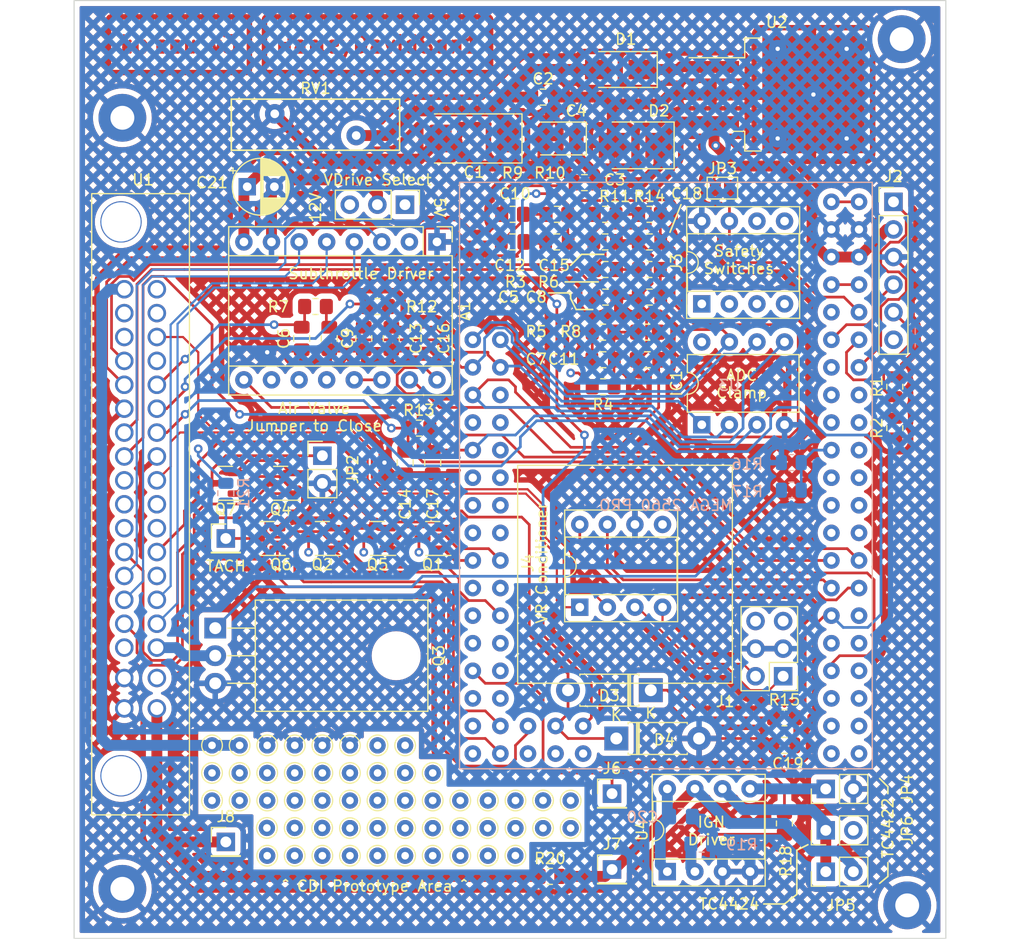
<source format=kicad_pcb>
(kicad_pcb (version 20211014) (generator pcbnew)
  (layers (0 "F.Cu" signal) (1 "In1.Cu" signal) (2 "In2.Cu" signal) (31 "B.Cu" signal) (34 "B.Paste" user) (35 "F.Paste" user) (36 "B.SilkS" user "B.Silkscreen") (37 "F.SilkS" user "F.Silkscreen") (38 "B.Mask" user) (39 "F.Mask" user) (44 "Edge.Cuts" user))
  (net 0 "")
  (net 1 "GND")
  (net 2 "+5V")
  (net 3 "SUB-A-")
  (net 4 "SUB-A+")
  (net 5 "SUB-B-")
  (net 6 "Net-(A1-Pad8)")
  (net 10 "Net-(A1-Pad13)")
  (net 11 "+12V")
  (net 12 "IAT")
  (net 13 "TPS")
  (net 14 "IAT-ARD-A0")
  (net 15 "TPS-ARD-A2")
  (net 16 "BREF-ARD-A4")
  (net 17 "MAP")
  (net 18 "CLT")
  (net 19 "MAP-ARD-A3")
  (net 20 "CLT-ARD-A1")
  (net 21 "VSS")
  (net 22 "Net-(D1-Pad1)")
  (net 23 "CLUTCH-SW")
  (net 24 "CAM+")
  (net 25 "CAM-")
  (net 26 "CKP-")
  (net 27 "CKP+")
  (net 28 "CAM-ARD-D18")
  (net 29 "CKP-ARD-D19")
  (net 30 "ARD-D3")
  (net 31 "RX-ARD-D0")
  (net 32 "MIL")
  (net 33 "FP-ARD-D45")
  (net 34 "FP-RELAY")
  (net 35 "Net-(Q3-Pad1)")
  (net 36 "INJ")
  (net 37 "FAN-ARD-D47")
  (net 38 "FAN-RELAY")
  (net 39 "TWARN-ARD-D33")
  (net 40 "TEMP-WARN")
  (net 41 "TACH-ARD-D49")
  (net 42 "INJ-ARD-D8")
  (net 43 "IGN-ARD-D40")
  (net 44 "IGN")
  (net 45 "TX-ARD-D1")
  (net 46 "SELF-DIAG")
  (net 47 "SIDE-SW")
  (net 48 "NEUTRAL")
  (net 49 "VDOWN")
  (net 52 "SUB-B+")
  (net 53 "+BATT")
  (net 54 "KILL-SW")
  (net 55 "unconnected-(U3-Pad3V3)")
  (net 89 "MIL-ARD-D32")
  (net 93 "Net-(U4-Pad5)")
  (net 103 "SELF-DIAG-ARD-D53")
  (net 104 "ARDUINO-RST")
  (net 105 "unconnected-(U3-PadVIN)")
  (net 106 "Net-(J2-Pad5)")
  (net 108 "EN-ARD-D24")
  (net 109 "STEP-ARD-D17")
  (net 110 "DIR-ARD-D16")
  (net 111 "Net-(C7-Pad1)")
  (net 113 "Net-(J5-Pad1)")
  (net 114 "Net-(R18-Pad2)")
  (net 116 "Net-(U4-Pad6)")
  (net 117 "IGN2-ARD-D38")
  (net 118 "Net-(R20-Pad2)")
  (net 119 "O2S")
  (net 121 "O2S-ARD-A8")
  (net 122 "AIRSW")
  (net 123 "AIRSW-ARD-D37")
  (footprint "TestPoint:TestPoint_THTPad_D1.5mm_Drill0.7mm" (layer "F.Cu") (at 45.72 101.6)
    (fp_text reference "REF**" hide)
    (fp_text value "TestPoint_THTPad_D1.5mm_Drill0.7mm" hide)
  )
  (footprint "TestPoint:TestPoint_THTPad_D1.5mm_Drill0.7mm" (layer "F.Cu") (at 55.88 104.14)
    (fp_text reference "REF**" hide)
    (fp_text value "TestPoint_THTPad_D1.5mm_Drill0.7mm" hide)
  )
  (footprint "TestPoint:TestPoint_THTPad_D1.5mm_Drill0.7mm" (layer "F.Cu") (at 60.96 109.22)
    (fp_text reference "REF**" hide)
    (fp_text value "TestPoint_THTPad_D1.5mm_Drill0.7mm" hide)
  )
  (footprint "Resistor_SMD:R_0805_2012Metric_Pad1.20x1.40mm_HandSolder" (layer "F.Cu") (at 74.1075 63.555)
    (fp_text reference "R5")
    (fp_text value "1K")
  )
  (footprint "TestPoint:TestPoint_THTPad_D1.5mm_Drill0.7mm" (layer "F.Cu") (at 50.8 104.14)
    (fp_text reference "REF**" hide)
    (fp_text value "TestPoint_THTPad_D1.5mm_Drill0.7mm" hide)
  )
  (footprint "Module:Pololu_Breakout-16_15.2x20.3mm" (layer "F.Cu") (at 58.814022 55.245 -90)
    (fp_text reference "A1")
    (fp_text value "Pololu_Breakout_A4988")
  )
  (footprint "TestPoint:TestPoint_THTPad_D1.5mm_Drill0.7mm" (layer "F.Cu") (at 66.030973 111.750973)
    (fp_text reference "REF**" hide)
    (fp_text value "TestPoint_THTPad_D1.5mm_Drill0.7mm" hide)
  )
  (footprint "Resistor_SMD:R_0805_2012Metric" (layer "F.Cu") (at 100.965 68.58 90)
    (fp_text reference "R1")
    (fp_text value "2k")
  )
  (footprint "TestPoint:TestPoint_THTPad_D1.5mm_Drill0.7mm" (layer "F.Cu") (at 66.04 109.22)
    (fp_text reference "REF**" hide)
    (fp_text value "TestPoint_THTPad_D1.5mm_Drill0.7mm" hide)
  )
  (footprint "Diode_SMD:D_SMA" (layer "F.Cu") (at 75.692 39.37 180)
    (fp_text reference "D1")
    (fp_text value "B130-13-F")
  )
  (footprint "TestPoint:TestPoint_THTPad_D1.5mm_Drill0.7mm" (layer "F.Cu") (at 48.26 106.68)
    (fp_text reference "REF**" hide)
    (fp_text value "TestPoint_THTPad_D1.5mm_Drill0.7mm" hide)
  )
  (footprint "TestPoint:TestPoint_THTPad_D1.5mm_Drill0.7mm" (layer "F.Cu") (at 50.8 109.22)
    (fp_text reference "REF**" hide)
    (fp_text value "TestPoint_THTPad_D1.5mm_Drill0.7mm" hide)
  )
  (footprint "Connector_PinHeader_2.54mm:PinHeader_1x02_P2.54mm_Vertical" (layer "F.Cu") (at 94.61 109.4225 90)
    (fp_text reference "JP6")
    (fp_text value "TC4424")
  )
  (footprint "Connector_PinHeader_2.54mm:PinHeader_1x02_P2.54mm_Vertical" (layer "F.Cu") (at 94.61 105.6125 90)
    (fp_text reference "JP4")
    (fp_text value "TC4422")
  )
  (footprint "Package_TO_SOT_SMD:SOT-23" (layer "F.Cu") (at 43.18 82.55 180)
    (fp_text reference "Q6")
    (fp_text value "SSM3K357R")
  )
  (footprint "Capacitor_SMD:C_0805_2012Metric_Pad1.18x1.45mm_HandSolder" (layer "F.Cu") (at 54.61 64.135 -90)
    (fp_text reference "C16")
    (fp_text value "0.33uF")
  )
  (footprint "TestPoint:TestPoint_THTPad_D1.5mm_Drill0.7mm" (layer "F.Cu") (at 40.64 106.68)
    (fp_text reference "REF**" hide)
    (fp_text value "TestPoint_THTPad_D1.5mm_Drill0.7mm" hide)
  )
  (footprint "TestPoint:TestPoint_THTPad_D1.5mm_Drill0.7mm" (layer "F.Cu") (at 71.12 109.22)
    (fp_text reference "REF**" hide)
    (fp_text value "TestPoint_THTPad_D1.5mm_Drill0.7mm" hide)
  )
  (footprint "Capacitor_Tantalum_SMD:CP_EIA-7343-31_Kemet-D" (layer "F.Cu") (at 62.23 45.72 180)
    (fp_text reference "C1")
    (fp_text value "10uF")
  )
  (footprint "TestPoint:TestPoint_THTPad_D1.5mm_Drill0.7mm" (layer "F.Cu") (at 66.04 106.68)
    (fp_text reference "REF**" hide)
    (fp_text value "TestPoint_THTPad_D1.5mm_Drill0.7mm" hide)
  )
  (footprint "Capacitor_SMD:C_0805_2012Metric" (layer "F.Cu") (at 90.805 101.6 180)
    (fp_text reference "C19")
    (fp_text value "0.1uf")
  )
  (footprint "TestPoint:TestPoint_THTPad_D1.5mm_Drill0.7mm" (layer "F.Cu") (at 55.88 109.22)
    (fp_text reference "REF**" hide)
    (fp_text value "TestPoint_THTPad_D1.5mm_Drill0.7mm" hide)
  )
  (footprint "Capacitor_SMD:C_0805_2012Metric_Pad1.18x1.45mm_HandSolder" (layer "F.Cu") (at 74.1075 66.095 180)
    (fp_text reference "C7")
    (fp_text value "100nF")
  )
  (footprint "Capacitor_SMD:C_0805_2012Metric_Pad1.18x1.45mm_HandSolder" (layer "F.Cu") (at 74.3325 60.325)
    (fp_text reference "C5")
    (fp_text value "100nF")
  )
  (footprint "TestPoint:TestPoint_THTPad_D1.5mm_Drill0.7mm" (layer "F.Cu") (at 48.26 104.14)
    (fp_text reference "REF**" hide)
    (fp_text value "TestPoint_THTPad_D1.5mm_Drill0.7mm" hide)
  )
  (footprint "Package_TO_SOT_SMD:SOT-23" (layer "F.Cu") (at 44.42 77.47 180)
    (fp_text reference "Q4")
    (fp_text value "SSM3K357R")
  )
  (footprint "Package_DIP:DIP-8_W7.62mm" (layer "F.Cu") (at 83.195 72.0775 90)
    (fp_text reference "IC1")
    (fp_text value "SP721")
  )
  (footprint "Capacitor_SMD:C_0805_2012Metric_Pad1.18x1.45mm_HandSolder" (layer "F.Cu") (at 46.355 64.135 -90)
    (fp_text reference "C6")
    (fp_text value "100nF")
  )
  (footprint "Connector_PinHeader_2.54mm:PinHeader_1x06_P2.54mm_Vertical" (layer "F.Cu") (at 100.844511 51.555489)
    (fp_text reference "J2")
    (fp_text value "Conn_01x06")
  )
  (footprint "Capacitor_SMD:C_0805_2012Metric_Pad1.18x1.45mm_HandSolder" (layer "F.Cu") (at 74.295 55.245)
    (fp_text reference "C15")
    (fp_text value "100nF")
  )
  (footprint "Resistor_SMD:R_0805_2012Metric_Pad1.20x1.40mm_HandSolder" (layer "F.Cu") (at 69.8525 52.705)
    (fp_text reference "R10")
    (fp_text value "470")
  )
  (footprint "Capacitor_SMD:C_0805_2012Metric_Pad1.18x1.45mm_HandSolder" (layer "F.Cu") (at 78.375 55.245 180)
    (fp_text reference "C18")
    (fp_text value "0.22uF")
  )
  (footprint "TestPoint:TestPoint_THTPad_D1.5mm_Drill0.7mm" (layer "F.Cu") (at 48.26 101.6)
    (fp_text reference "REF**" hide)
    (fp_text value "TestPoint_THTPad_D1.5mm_Drill0.7mm" hide)
  )
  (footprint "TestPoint:TestPoint_THTPad_D1.5mm_Drill0.7mm" (layer "F.Cu") (at 58.42 106.68)
    (fp_text reference "REF**" hide)
    (fp_text value "TestPoint_THTPad_D1.5mm_Drill0.7mm" hide)
  )
  (footprint "TestPoint:TestPoint_THTPad_D1.5mm_Drill0.7mm" (layer "F.Cu") (at 38.1 106.68)
    (fp_text reference "REF**" hide)
    (fp_text value "TestPoint_THTPad_D1.5mm_Drill0.7mm" hide)
  )
  (footprint "Resistor_SMD:R_0805_2012Metric_Pad1.20x1.40mm_HandSolder" (layer "F.Cu") (at 78.1875 63.555)
    (fp_text reference "R8")
    (fp_text value "470")
  )
  (footprint "MountingHole:MountingHole_2.2mm_M2_Pad" (layer "F.Cu") (at 102.108 116.332)
    (fp_text reference "REF**" hide)
    (fp_text value "MountingHole_2.2mm_M2_Pad" hide)
  )
  (footprint "TestPoint:TestPoint_THTPad_D1.5mm_Drill0.7mm" (layer "F.Cu") (at 53.330259 111.759285)
    (fp_text reference "REF**" hide)
    (fp_text value "TestPoint_THTPad_D1.5mm_Drill0.7mm" hide)
  )
  (footprint "TestPoint:TestPoint_THTPad_D1.5mm_Drill0.7mm" (layer "F.Cu") (at 45.710973 109.201947)
    (fp_text reference "REF**" hide)
    (fp_text value "TestPoint_THTPad_D1.5mm_Drill0.7mm" hide)
  )
  (footprint "Jumper:SolderJumper-2_P1.3mm_Open_Pad1.0x1.5mm" (layer "F.Cu") (at 85.09 50.292)
    (fp_text reference "JP3")
    (fp_text value "Jumper_2_Open")
  )
  (footprint "TestPoint:TestPoint_THTPad_D1.5mm_Drill0.7mm" (layer "F.Cu") (at 60.96 111.76)
    (fp_text reference "REF**" hide)
    (fp_text value "TestPoint_THTPad_D1.5mm_Drill0.7mm" hide)
  )
  (footprint "TestPoint:TestPoint_THTPad_D1.5mm_Drill0.7mm" (layer "F.Cu") (at 48.26 111.76)
    (fp_text reference "REF**" hide)
    (fp_text value "TestPoint_THTPad_D1.5mm_Drill0.7mm" hide)
  )
  (footprint "TestPoint:TestPoint_THTPad_D1.5mm_Drill0.7mm" (layer "F.Cu") (at 68.579523 106.671449)
    (fp_text reference "REF**" hide)
    (fp_text value "TestPoint_THTPad_D1.5mm_Drill0.7mm" hide)
  )
  (footprint "TestPoint:TestPoint_THTPad_D1.5mm_Drill0.7mm" (layer "F.Cu") (at 40.64 104.14)
    (fp_text reference "REF**" hide)
    (fp_text value "TestPoint_THTPad_D1.5mm_Drill0.7mm" hide)
  )
  (footprint "Resistor_SMD:R_0805_2012Metric" (layer "F.Cu") (at 69.215 113.665)
    (fp_text reference "R20")
    (fp_text value "10R")
  )
  (footprint "TestPoint:TestPoint_THTPad_D1.5mm_Drill0.7mm" (layer "F.Cu") (at 58.418571 104.139999)
    (fp_text reference "REF**" hide)
    (fp_text value "TestPoint_THTPad_D1.5mm_Drill0.7mm" hide)
  )
  (footprint "TestPoint:TestPoint_THTPad_D1.5mm_Drill0.7mm" (layer "F.Cu") (at 45.72 106.68)
    (fp_text reference "REF**" hide)
    (fp_text value "TestPoint_THTPad_D1.5mm_Drill0.7mm" hide)
  )
  (footprint "Connector_PinHeader_2.54mm:PinHeader_1x01_P2.54mm_Vertical" (layer "F.Cu") (at 39.37 82.55)
    (fp_text reference "J5" hide)
    (fp_text value "TACH_OUT")
  )
  (footprint "Diode_THT:D_DO-41_SOD81_P7.62mm_Horizontal" (layer "F.Cu") (at 75.324022 100.965)
    (fp_text reference "D4")
    (fp_text value "1N5818")
  )
  (footprint "TestPoint:TestPoint_THTPad_D1.5mm_Drill0.7mm" (layer "F.Cu") (at 53.34 104.14)
    (fp_text reference "REF**" hide)
    (fp_text value "TestPoint_THTPad_D1.5mm_Drill0.7mm" hide)
  )
  (footprint "Resistor_SMD:R_0805_2012Metric_Pad1.20x1.40mm_HandSolder" (layer "F.Cu") (at 90.805 108.7875 -90)
    (fp_text reference "R18")
    (fp_text value "1K")
  )
  (footprint "Capacitor_SMD:C_0805_2012Metric_Pad1.18x1.45mm_HandSolder" (layer "F.Cu") (at 65.7725 55.245)
    (fp_text reference "C10")
    (fp_text value "100nF")
  )
  (footprint "Capacitor_SMD:C_0805_2012Metric" (layer "F.Cu") (at 72.39 49.784 180)
    (fp_text reference "C3")
    (fp_text value "0.1uF")
  )
  (footprint "Diode_SMD:D_SMB" (layer "F.Cu") (at 77.098 46.355 180)
    (fp_text reference "D2")
    (fp_text value "1SMB5919BT3G")
  )
  (footprint "TestPoint:TestPoint_THTPad_D1.5mm_Drill0.7mm" (layer "F.Cu") (at 50.8 106.68)
    (fp_text reference "REF**" hide)
    (fp_text value "TestPoint_THTPad_D1.5mm_Drill0.7mm" hide)
  )
  (footprint "Resistor_SMD:R_0805_2012Metric_Pad1.20x1.40mm_HandSolder" (layer "F.Cu") (at 78.375 57.785)
    (fp_text reference "R6")
    (fp_text value "470")
  )
  (footprint "Connector_PinHeader_2.54mm:PinHeader_1x01_P2.54mm_Vertical" (layer "F.Cu") (at 74.93 106.045)
    (fp_text reference "J6")
    (fp_text value "IGN_ARD_OUT")
  )
  (footprint "Resistor_SMD:R_0805_2012Metric_Pad1.20x1.40mm_HandSolder" (layer "F.Cu") (at 74.3325 57.785)
    (fp_text reference "R3")
    (fp_text value "2.49K")
  )
  (footprint "Connector_PinHeader_2.54mm:PinHeader_1x01_P2.54mm_Vertical" (layer "F.Cu") (at 39.37 110.49)
    (fp_text reference "J8")
    (fp_text value "IGN_CONN")
  )
  (footprint "Diode_THT:D_DO-41_SOD81_P7.62mm_Horizontal" (layer "F.Cu") (at 78.499022 96.52 180)
    (fp_text reference "D3")
    (fp_text value "1N5818")
  )
  (footprint "TestPoint:TestPoint_THTPad_D1.5mm_Drill0.7mm" (layer "F.Cu") (at 43.18 106.68)
    (fp_text reference "REF**" hide)
    (fp_text value "TestPoint_THTPad_D1.5mm_Drill0.7mm" hide)
  )
  (footprint "Resistor_SMD:R_0805_2012Metric_Pad1.20x1.40mm_HandSolder" (layer "F.Cu") (at 90.805 99.06)
    (fp_text reference "R15")
    (fp_text value "1k")
  )
  (footprint "TestPoint:TestPoint_THTPad_D1.5mm_Drill0.7mm" (layer "F.Cu") (at 38.1 101.6)
    (fp_text reference "REF**" hide)
    (fp_text value "TestPoint_THTPad_D1.5mm_Drill0.7mm" hide)
  )
  (footprint "TestPoint:TestPoint_THTPad_D1.5mm_Drill0.7mm" (layer "F.Cu") (at 50.8 111.76)
    (fp_text reference "REF**" hide)
    (fp_text value "TestPoint_THTPad_D1.5mm_Drill0.7mm" hide)
  )
  (footprint "Connector_PinHeader_2.54mm:PinHeader_2x03_P2.54mm_Vertical" (layer "F.Cu") (at 90.684511 95.235 180)
    (fp_text reference "J1")
    (fp_text value "cam_sensor")
  )
  (footprint "Resistor_SMD:R_0805_2012Metric_Pad1.20x1.40mm_HandSolder" (layer "F.Cu") (at 47.625 61.1925)
    (fp_text reference "R7")
    (fp_text value "470")
  )
  (footprint "Package_TO_SOT_SMD:SOT-23" (layer "F.Cu") (at 53.34 82.55 180)
    (fp_text reference "Q5")
    (fp_text value "SSM3K357R")
  )
  (footprint "Capacitor_SMD:C_0805_2012Metric_Pad1.18x1.45mm_HandSolder" (layer "F.Cu") (at 78.375 60.325 180)
    (fp_text reference "C8")
    (fp_text value "0.22uF")
  )
  (footprint "TestPoint:TestPoint_THTPad_D1.5mm_Drill0.7mm" (layer "F.Cu") (at 55.88 101.6)
    (fp_text reference "REF**" hide)
    (fp_text value "TestPoint_THTPad_D1.5mm_Drill0.7mm" hide)
  )
  (footprint "TestPoint:TestPoint_THTPad_D1.5mm_Drill0.7mm" (layer "F.Cu") (at 48.241947 109.201947)
    (fp_text reference "REF**" hide)
    (fp_text value "TestPoint_THTPad_D1.5mm_Drill0.7mm" hide)
  )
  (footprint "TestPoint:TestPoint_THTPad_D1.5mm_Drill0.7mm" (layer "F.Cu") (at 55.88 111.76)
    (fp_text reference "REF**" hide)
    (fp_text value "TestPoint_THTPad_D1.5mm_Drill0.7mm" hide)
  )
  (footprint "Package_TO_SOT_THT:TO-220-3_Horizontal_TabDown" (layer "F.Cu") (at 38.395 90.805 -90)
    (fp_text reference "Q3")
    (fp_text value "STP62NS04Z")
  )
  (footprint "TestPoint:TestPoint_THTPad_D1.5mm_Drill0.7mm" (layer "F.Cu") (at 55.88 106.68)
    (fp_text reference "REF**" hide)
    (fp_text value "TestPoint_THTPad_D1.5mm_Drill0.7mm" hide)
  )
  (footprint "TestPoint:TestPoint_THTPad_D1.5mm_Drill0.7mm" (layer "F.Cu") (at 43.18 101.6)
    (fp_text reference "REF**" hide)
    (fp_text value "TestPoint_THTPad_D1.5mm_Drill0.7mm" hide)
  )
  (footprint "Connector_PinHeader_2.54mm:PinHeader_1x02_P2.54mm_Vertical" (layer "F.Cu") (at 94.61 113.2325 90)
    (fp_text reference "JP5")
    (fp_text value "TC4422")
  )
  (footprint "Capacitor_THT:CP_Radial_D5.0mm_P2.50mm" (layer "F.Cu") (at 41.339887 50.165)
    (fp_text reference "C21")
    (fp_text value "100uF")
  )
  (footprint "Package_TO_SOT_SMD:SOT-23" (layer "F.Cu") (at 39.34 77.47 180)
    (fp_text reference "Q7")
    (fp_text value "SSM3K357R")
  )
  (footprint "Capacitor_Tantalum_SMD:CP_EIA-3528-21_Kemet-B" (layer "F.Cu") (at 70.104 45.72 180)
    (fp_text reference "C4")
    (fp_text value "47uF")
  )
  (footprint "TestPoint:TestPoint_THTPad_D1.5mm_Drill0.7mm" (layer "F.Cu") (at 68.579523 109.22)
    (fp_text reference "REF**" hide)
    (fp_text value "TestPoint_THTPad_D1.5mm_Drill0.7mm" hide)
  )
  (footprint "Capacitor_SMD:C_0805_2012Metric_Pad1.18x1.45mm_HandSolder" (layer "F.Cu") (at 69.8525 55.245 180)
    (fp_text reference "C12")
    (fp_text value "0.22uF")
  )
  (footprint "mega_2560:S36B-WPZK-A" (layer "F.Cu") (at 33.02 76.2 -90)
    (fp_text reference "U1")
    (fp_text value "S36B-WPZK-A")
  )
  (footprint "Resistor_SMD:R_0805_2012Metric_Pad1.20x1.40mm_HandSolder" (layer "F.Cu") (at 53.34 61.1925)
    (fp_text reference "R12")
    (fp_text value "470")
  )
  (footprint "TestPoint:TestPoint_THTPad_D1.5mm_Drill0.7mm" (layer "F.Cu") (at 63.482423 109.219999)
    (fp_text reference "REF**" hide)
    (fp_text value "TestPoint_THTPad_D1.5mm_Drill0.7mm" hide)
  )
  (footprint "TestPoint:TestPoint_THTPad_D1.5mm_Drill0.7mm" (layer "F.Cu") (at 58.42 109.22)
    (fp_text reference "REF**" hide)
    (fp_text value "TestPoint_THTPad_D1.5mm_Drill0.7mm" hide)
  )
  (footprint "Package_TO_SOT_SMD:SOT-23" (layer "F.Cu") (at 58.42 82.55 180)
    (fp_text reference "Q1")
    (fp_text value "SSM3K357R")
  )
  (footprint "TestPoint:TestPoint_THTPad_D1.5mm_Drill0.7mm" (layer "F.Cu") (at 60.96 106.68)
    (fp_text reference "REF**" hide)
    (fp_text value "TestPoint_THTPad_D1.5mm_Drill0.7mm" hide)
  )
  (footprint "Capacitor_SMD:C_0805_2012Metric_Pad1.18x1.45mm_HandSolder" (layer "F.Cu") (at 58.42 75.565 -90)
    (fp_text reference "C17")
    (fp_text value "0.33uF")
  )
  (footprint "TestPoint:TestPoint_THTPad_D1.5mm_Drill0.7mm" (layer "F.Cu") (at 38.1 104.14)
    (fp_text reference "REF**" hide)
    (fp_text value "TestPoint_THTPad_D1.5mm_Drill0.7mm" hide)
  )
  (footprint "TestPoint:TestPoint_THTPad_D1.5mm_Drill0.7mm" (layer "F.Cu") (at 43.18 104.14)
    (fp_text reference "REF**" hide)
    (fp_text value "TestPoint_THTPad_D1.5mm_Drill0.7mm" hide)
  )
  (footprint "Connector_PinHeader_2.54mm:PinHeader_1x01_P2.54mm_Vertical" (layer "F.Cu") (at 74.93 113.03)
    (fp_text reference "J7")
    (fp_text value "IGN_DRV_OUT")
  )
  (footprint "Package_DIP:DIP-8_W7.62mm_Socket" (layer "F.Cu") (at 83.195 60.95 90)
    (fp_text reference "J3")
    (fp_text value "DIP8")
  )
  (footprint "MountingHole:MountingHole_2.2mm_M2_Pad" (layer "F.Cu") (at 101.6 36.576)
    (fp_text reference "REF**" hide)
    (fp_text value "MountingHole_2.2mm_M2_Pad")
  )
  (footprint "TestPoint:TestPoint_THTPad_D1.5mm_Drill0.7mm" (layer "F.Cu") (at 53.34 109.22)
    (fp_text reference "REF**" hide)
    (fp_text value "TestPoint_THTPad_D1.5mm_Drill0.7mm" hide)
  )
  (footprint "Capacitor_SMD:C_0805_2012Metric_Pad1.18x1.45mm_HandSolder" (layer "F.Cu") (at 78.1875 66.095)
    (fp_text reference "C11")
    (fp_text value "0.22uF")
  )
  (footprint "TestPoint:TestPoint_THTPad_D1.5mm_Drill0.7mm" (layer "F.Cu") (at 53.330259 106.670973)
    (fp_text reference "REF**" hide)
    (fp_text value "TestPoint_THTPad_D1.5mm_Drill0.7mm" hide)
  )
  (footprint "TestPoint:TestPoint_THTPad_D1.5mm_Drill0.7mm" (layer "F.Cu") (at 58.42 111.76)
    (fp_text reference "REF**" hide)
    (fp_text value "TestPoint_THTPad_D1.5mm_Drill0.7mm" hide)
  )
  (footprint "Capacitor_SMD:C_0805_2012Metric_Pad1.18x1.45mm_HandSolder" (layer "F.Cu") (at 48.895 64.135 -90)
    (fp_text reference "C9")
    (fp_text value "0.22uF")
  )
  (footprint "Package_TO_SOT_SMD:SOT-23" (layer "F.Cu") (at 48.26 82.55 180)
    (fp_text reference "Q2")
    (fp_text value "SSM3K357R")
  )
  (footprint "TestPoint:TestPoint_THTPad_D1.5mm_Drill0.7mm" (layer "F.Cu") (at 63.5 106.68)
    (fp_text reference "REF**" hide)
    (fp_text value "TestPoint_THTPad_D1.5mm_Drill0.7mm" hide)
  )
  (footprint "Connector_PinHeader_2.54mm:PinHeader_1x02_P2.54mm_Vertical" (layer "F.Cu") (at 48.26 74.93)
    (fp_text reference "JP2")
    (fp_text value "Jumper_2_Open")
  )
  (footprint "Capacitor_SMD:C_0805_2012Metric" (layer "F.Cu") (at 68.58 41.91)
    (fp_text reference "C2")
    (fp_text value "0.1uF")
  )
  (footprint "MountingHole:MountingHole_2.2mm_M2_Pad" (layer "F.Cu") (at 29.845 114.808)
    (fp_text reference "PAD3" hide)
    (fp_text value "MountingHole_2.2mm_M2_Pad" hide)
  )
  (footprint "Resistor_SMD:R_0805_2012Metric_Pad1.20x1.40mm_HandSolder" (layer "F.Cu") (at 78.375 52.705)
    (fp_text reference "R14")
    (fp_text value "470")
  )
  (footprint "TestPoint:TestPoint_THTPad_D1.5mm_Drill0.7mm" (layer "F.Cu") (at 45.710973 111.759285)
    (fp_text reference "REF**" hide)
    (fp_text value "TestPoint_THTPad_D1.5mm_Drill0.7mm" hide)
  )
  (footprint "TestPoint:TestPoint_THTPad_D1.5mm_Drill0.7mm" (layer "F.Cu") (at 53.34 101.6)
    (fp_text reference "REF**" hide)
    (fp_text value "TestPoint_THTPad_D1.5mm_Drill0.7mm" hide)
  )
  (footprint "Resistor_SMD:R_0805_2012Metric" (layer "F.Cu") (at 100.965 72.39 90)
    (fp_text reference "R2")
    (fp_text value "1k")
  )
  (footprint "MountingHole:MountingHole_2.2mm_M2_Pad" (layer "F.Cu") (at 29.845 43.815)
    (fp_text reference "PAD4" hide)
    (fp_text value "MountingHole_2.2mm_M2_Pad")
  )
  (footprint "TestPoint:TestPoint_THTPad_D1.5mm_Drill0.7mm" (layer "F.Cu") (at 45.72 104.14)
    (fp_text reference "REF**" hide)
    (fp_text value "TestPoint_THTPad_D1.5mm_Drill0.7mm" hide)
  )
  (footprint "TestPoint:TestPoint_THTPad_D1.5mm_Drill0.7mm" (layer "F.Cu") (at 50.8 101.6)
    (fp_text reference "REF**" hide)
    (fp_text value "TestPoint_THTPad_D1.5mm_Drill0.7mm" hide)
  )
  (footprint "Connector_PinHeader_2.54mm:PinHeader_1x03_P2.54mm_Vertical" (layer "F.Cu") (at 55.865 51.816 -90)
    (fp_text reference "JP1" hide)
    (fp_text value "Jumper_3_Open")
  )
  (footprint "TestPoint:TestPoint_THTPad_D1.5mm_Drill0.7mm" (layer "F.Cu") (at 40.64 101.6)
    (fp_text reference "REF**" hide)
    (fp_text value "TestPoint_THTPad_D1.5mm_Drill0.7mm" hide)
  )
  (footprint "Capacitor_SMD:C_0805_2012Metric_Pad1.18x1.45mm_HandSolder" (layer "F.Cu") (at 55.88 75.565 -90)
    (fp_text reference "C14")
    (fp_text value "100nF")
  )
  (footprint "Resistor_SMD:R_0805_2012Metric_Pad1.20x1.40mm_HandSolder" (layer "F.Cu") (at 57.15 72.39)
    (fp_text reference "R13")
    (fp_text value "470")
  )
  (footprint "TestPoint:TestPoint_THTPad_D1.5mm_Drill0.7mm" (layer "F.Cu") (at 63.5 111.76)
    (fp_text reference "REF**" hide)
    (fp_text value "TestPoint_THTPad_D1.5mm_Drill0.7mm" hide)
  )
  (footprint "Package_TO_SOT_SMD:TO-263-3_TabPin2" (layer "F.Cu") (at 90.097 41.675)
    (fp_text reference "U2")
    (fp_text value "LM2940S-5.0/NOPB")
  )
  (footprint "TestPoint:TestPoint_THTPad_D1.5mm_Drill0.7mm" (layer "F.Cu") (at 43.18 111.76)
    (fp_text reference "REF**" hide)
    (fp_text value "TestPoint_THTPad_D1.5mm_Drill0.7mm" hide)
  )
  (footprint "Resistor_SMD:R_0805_2012Metric_Pad1.20x1.40mm_HandSolder" (layer "F.Cu") (at 65.7725 52.705)
    (fp_text reference "R9")
    (fp_text value "2.49K")
  )
  (footprint "Resistor_SMD:R_0805_2012Metric_Pad1.20x1.40mm_HandSolder" (layer "F.Cu") (at 74.1075 68.58 180)
    (fp_text reference "R4")
    (fp_text value "3.9K")
  )
  (footprint "Varistor:RV_Disc_D15.5mm_W4.7mm_P7.5mm" (layer "F.Cu") (at 51.375 45.45 180)
    (fp_text reference "RV1")
    (fp_text value "Varistor")
  )
  (footprint "mega_2560:vr_conditioner" (layer "F.Cu") (at 77.349511 84.810489 90)
    (fp_text reference "J4")
    (fp_text value "Conn_02x04_Counter_Clockwise")
  )
  (footprint "Resistor_SMD:R_0805_2012Metric_Pad1.20x1.40mm_HandSolder" (layer "F.Cu") (at 74.295 52.705)
    (fp_text reference "R11")
    (fp_text value "2.49K")
  )
  (footprint "Package_DIP:DIP-8_W7.62mm_Socket" (layer "F.Cu") (at 80.02 113.2225 90)
    (fp_text reference "U4")
    (fp_text value "TC4424AVPA")
  )
  (footprint "TestPoint:TestPoint_THTPad_D1.5mm_Drill0.7mm" (layer "F.Cu") (at 43.153635 109.201947)
    (fp_text reference "REF**" hide)
    (fp_text value "TestPoint_THTPad_D1.5mm_Drill0.7mm" hide)
  )
  (footprint "TestPoint:TestPoint_THTPad_D1.5mm_Drill0.7mm" (layer "F.Cu") (at 71.12 106.68)
    (fp_text reference "REF**" hide)
    (fp_text value "TestPoint_THTPad_D1.5mm_Drill0.7mm" hide)
  )
  (footprint "Capacitor_SMD:C_0805_2012Metric_Pad1.18x1.45mm_HandSolder" (layer "F.Cu") (at 52.07 64.135 -90)
    (fp_text reference "C13")
    (fp_text value "100nF")
  )
  (footprint "Resistor_SMD:R_0805_2012Metric" (layer "B.Cu") (at 91.44 78.105 180)
    (fp_text reference "R17")
    (fp_text value "1K")
  )
  (footprint "Resistor_SMD:R_0805_2012Metric" (layer "B.Cu") (at 39.37 78.3825 90)
    (fp_text reference "R21")
    (fp_text value "10K")
  )
  (footprint "Resistor_SMD:R_0805_2012Metric" (layer "B.Cu") (at 91.44 75.565 180)
    (fp_text reference "R16")
    (fp_text value "100K")
  )
  (footprint "Resistor_SMD:R_0805_2012Metric_Pad1.20x1.40mm_HandSolder" (layer "B.Cu") (at 83.185 110.6925)
    (fp_text reference "R19")
    (fp_text value "100K")
  )
  (footprint "Capacitor_SMD:C_0805_2012Metric_Pad1.18x1.45mm_HandSolder" (layer "B.Cu") (at 81.28 108.1525)
    (fp_text reference "C20")
    (fp_text value "1uF")
  )
  (footprint "mega_2560:mega_2560_pro" (layer "B.Cu") (at 79.889511 76.955489 180)
    (fp_text reference "U3")
    (fp_text value "Arduino Mega 2560 Pro")
  )
  (gr_line (start 100.33 105.41) (end 99.568 104.648) (layer "F.SilkS") (width 0.15))
  (gr_line (start 73.66 58.928) (end 70.612 58.928) (layer "F.SilkS") (width 0.15))
  (gr_line (start 81.28 51.816) (end 80.264 54.356) (layer "F.SilkS") (width 0.15))
  (gr_line (start 74.168 56.388) (end 72.136 56.388) (layer "F.SilkS") (width 0.15))
  (gr_line (start 91.948 113.284) (end 91.948 111.252) (layer "F.SilkS") (width 0.15))
  (gr_line (start 90.805 116.205) (end 91.948 115.316) (layer "F.SilkS") (width 0.15))
  (gr_line (start 100.33 105.41) (end 100.33 106.045) (layer "F.SilkS") (width 0.15))
  (gr_line (start 71.12 59.944) (end 69.088 59.944) (layer "F.SilkS") (width 0.15))
  (gr_line (start 100.33 113.665) (end 100.33 112.395) (layer "F.SilkS") (width 0.15))
  (gr_line (start 100.33 113.665) (end 99.568 114.3) (layer "F.SilkS") (width 0.15))
  (gr_line (start 90.805 116.205) (end 88.9 116.205) (layer "F.SilkS") (width 0.15))
  (gr_line (start 91.948 111.252) (end 92.964 110.744) (layer "F.SilkS") (width 0.15))
  (gr_line (start 71.628 61.468) (end 71.12 60.452) (layer "F.SilkS") (width 0.15))
  (gr_line (start 71.12 60.452) (end 71.12 59.944) (layer "F.SilkS") (width 0.15))
  (gr_line (start 72.136 56.388) (end 71.12 57.404) (layer "F.SilkS") (width 0.15))
  (gr_line (start 73.152 61.468) (end 71.628 61.468) (layer "F.SilkS") (width 0.15))
  (gr_line (start 91.948 115.316) (end 91.948 113.284) (layer "F.SilkS") (width 0.15))
  (gr_rect (start 25.4 33.02) (end 105.664 119.38) (layer "Edge.Cuts") (width 0.1) (fill none))
  (gr_text "HarleyDavidSan1" (at 53.34 37.084) (layer "F.Cu") (effects (font (size 1.5 1.5) (thickness 0.3))))
  (gr_text "klxecu v3" (at 35.052 37.084) (layer "F.Cu") (effects (font (size 1.5 1.5) (thickness 0.3))))
  (gr_text "Subthrottle Driver" (at 51.816 58.166) (layer "F.SilkS") (effects (font (size 1 1))))
  (gr_text "TC4422" (at 100.33 109.22 90) (layer "F.SilkS") (effects (font (size 1 1))))
  (gr_text "^ CDI Prototype Area ^" (at 53.086 114.554) (layer "F.SilkS") (effects (font (size 1 1))))
  (gr_text "Air Valve\nJumper to Close" (at 47.498 71.374) (layer "F.SilkS") (effects (font (size 1 1))))
  (gr_text "VDrive Select" (at 53.34 49.53) (layer "F.SilkS") (effects (font (size 1 1))))
  (gr_text "12V" (at 47.625 52.07 90) (layer "F.SilkS") (effects (font (size 1 1))))
  (gr_text "ADC\nClamp" (at 86.868 68.326) (layer "F.SilkS") (effects (font (size 1 1))))
  (gr_text "IGN\nDriver" (at 84.074 109.474) (layer "F.SilkS") (effects (font (size 1 1))))
  (gr_text "Safety\nSwitches" (at 86.614 56.896) (layer "F.SilkS") (effects (font (size 1 1))))
  (gr_text "5V" (at 59.055 52.07 270) (layer "F.SilkS") (effects (font (size 1 1))))
  (gr_text "TACH" (at 39.37 85.09) (layer "F.SilkS") (effects (font (size 1 1))))
  (gr_text "TC4424" (at 85.725 116.205) (layer "F.SilkS") (effects (font (size 1 1))))
  (segment (start 78.11202 61.60202) (end 77.3375 60.8275) (width 0.25) (layer "F.Cu") (net 1))
  (segment (start 59.1175 45.72) (end 59.69 45.72) (width 1) (layer "F.Cu") (net 1))
  (segment (start 66.81 55.745) (end 66.81 55.245) (width 0.25) (layer "F.Cu") (net 1))
  (segment (start 70.104 48.26) (end 69.088 48.26) (width 1) (layer "F.Cu") (net 1))
  (segment (start 89.22 100.965) (end 89.855 101.6) (width 0.25) (layer "F.Cu") (net 1))
  (segment (start 69.596 41.976) (end 69.53 41.91) (width 1) (layer "F.Cu") (net 1))
  (segment (start 68.5665 45.72) (end 68.5665 44.7175) (width 1) (layer "F.Cu") (net 1))
  (segment (start 48.2425 80.645) (end 49.1975 81.6) (width 0.25) (layer "F.Cu") (net 1))
  (segment (start 73.1075 63.555) (end 73.1075 62.5875) (width 0.25) (layer "F.Cu") (net 1))
  (segment (start 55.0125 76.6025) (end 53.975 75.565) (width 0.25) (layer "F.Cu") (net 1))
  (segment (start 45.0725 80.645) (end 48.2425 80.645) (width 0.25) (layer "F.Cu") (net 1))
  (segment (start 46.355 65.1725) (end 48.895 65.1725) (width 0.25) (layer "F.Cu") (net 1))
  (segment (start 49.53 77.47) (end 53.66 81.6) (width 0.25) (layer "F.Cu") (net 1))
  (segment (start 45.3575 76.52) (end 44.21702 75.37952) (width 0.25) (layer "F.Cu") (net 1))
  (segment (start 80.645 62.865) (end 79.375 61.595) (width 0.25) (layer "F.Cu") (net 1))
  (segment (start 68.5665 44.7175) (end 69.596 43.688) (width 1) (layer "F.Cu") (net 1))
  (segment (start 78.11904 61.595) (end 78.11202 61.60202) (width 0.25) (layer "F.Cu") (net 1))
  (segment (start 100.844511 56.635489) (end 102.68452 58.475498) (width 0.25) (layer "F.Cu") (net 1))
  (segment (start 74.295 41.91) (end 74.93 42.545) (width 1) (layer "F.Cu") (net 1))
  (segment (start 82.944022 100.965) (end 89.22 100.965) (width 0.25) (layer "F.Cu") (net 1))
  (segment (start 71.44 49.596) (end 70.104 48.26) (width 1) (layer "F.Cu") (net 1))
  (segment (start 79.375 61.595) (end 78.11904 61.595) (width 0.25) (layer "F.Cu") (net 1))
  (segment (start 69.596 43.688) (end 69.596 41.976) (width 1) (layer "F.Cu") (net 1))
  (segment (start 66.04 56.515) (end 66.81 55.745) (width 0.25) (layer "F.Cu") (net 1))
  (segment (start 90.17 66.675) (end 81.915 66.675) (width 0.25) (layer "F.Cu") (net 1))
  (segment (start 46.355 65.1725) (end 43.4125 65.1725) (width 0.25) (layer "F.Cu") (net 1))
  (segment (start 78.45048 56.22548) (end 78.45048 59.21202) (width 0.25) (layer "F.Cu") (net 1))
  (segment (start 43.875 43.45) (end 48.05 47.625) (width 1) (layer "F.Cu") (net 1))
  (segment (start 77.3375 55.245) (end 77.47 55.245) (width 0.25) (layer "F.Cu") (net 1))
  (segment (start 48.05 47.625) (end 57.2125 47.625) (width 1) (layer "F.Cu") (net 1))
  (segment (start 66.81 55.245) (end 68.815 55.245) (width 0.25) (layer "F.Cu") (net 1))
  (segment (start 60.325 55.245) (end 61.595 56.515) (width 0.25) (layer "F.Cu") (net 1))
  (segment (start 46.04 76.52) (end 45.3575 76.52) (width 0.25) (layer "F.Cu") (net 1))
  (segment (start 78.11202 65.39798) (end 78.11202 61.60202) (width 0.25) (layer "F.Cu") (net 1))
  (segment (start 43.574022 50.430865) (end 43.839887 50.165) (width 1) (layer "F.Cu") (net 1))
  (segment (start 80.245 41.675) (end 84.322 41.675) (width 1) (layer "F.Cu") (net 1))
  (segment (start 44.21702 75.37952) (end 41.41798 75.37952) (width 0.25) (layer "F.Cu") (net 1))
  (segment (start 78.45048 59.21202) (end 77.3375 60.325) (width 0.25) (layer "F.Cu") (net 1))
  (segment (start 77.47 55.245) (end 78.45048 56.22548) (width 0.25) (layer "F.Cu") (net 1))
  (segment (start 74.948 46.355) (end 74.948 42.563) (width 1) (layer "F.Cu") (net 1))
  (segment (start 48.26 77.47) (end 49.53 77.47) (width 0.25) (layer "F.Cu") (net 1))
  (segment (start 58.78902 81.03152) (end 59.3575 81.6) (width 0.25) (layer "F.Cu") (net 1))
  (segment (start 102.68452 65.94798) (end 100.965 67.6675) (width 0.25) (layer "F.Cu") (net 1))
  (segment (start 77.3375 60.8275) (end 77.3375 60.325) (width 0.25) (layer "F.Cu") (net 1))
  (segment (start 71.44 49.784) (end 71.44 49.596) (width 1) (layer "F.Cu") (net 1))
  (segment (start 55.88 76.6025) (end 58.42 76.6025) (width 0.25) (layer "F.Cu") (net 1))
  (segment (start 73.07 66.095) (end 73.1075 66.0575) (width 0.25) (layer "F.Cu") (net 1))
  (segment (start 48.26 77.47) (end 46.99 77.47) (width 0.25) (layer "F.Cu") (net 1))
  (segment (start 68.5665 45.72) (end 68.5665 47.7385) (width 1) (layer "F.Cu") (net 1))
  (segment (start 69.53 41.91) (end 74.295 41.91) (width 1) (layer "F.Cu") (net 1))
  (segment (start 61.595 56.515) (end 66.04 56.515) (width 0.25) (layer "F.Cu") (net 1))
  (segment (start 90.815 72.0775) (end 90.815 67.32) (width 0.25) (layer "F.Cu") (net 1))
  (segment (start 44.1175 81.6) (end 45.0725 80.645) (width 0.25) (layer "F.Cu") (net 1))
  (segment (start 69.088 48.26) (end 62.23 48.26) (width 1) (layer "F.Cu") (net 1))
  (segment (start 59.69 45.72) (end 62.23 48.26) (width 1) (layer "F.Cu") (net 1))
  (segment (start 49.1975 81.6) (end 49.1975 78.4075) (width 0.25) (layer "F.Cu") (net 1))
  (segment (start 74.9675 60.325) (end 77.3375 60.325) (width 0.25) (layer "F.Cu") (net 1))
  (segment (start 43.574022 55.245) (end 43.574022 50.430865) (width 1) (layer "F.Cu") (net 1))
  (segment (start 77.415 66.095) (end 78.11202 65.39798) (width 0.25) (layer "F.Cu") (net 1))
  (segment (start 74.93 42.545) (end 79.375 42.545) (width 1) (layer "F.Cu") (net 1))
  (segment (start 53.66 81.6) (end 54.2775 81.6) (width 0.25) (layer "F.Cu") (net 1))
  (segment (start 58.814022 55.245) (end 60.325 55.245) (width 0.25) (layer "F.Cu") (net 1))
  (segment (start 77.15 66.095) (end 77.415 66.095) (width 0.25) (layer "F.Cu") (net 1))
  (segment (start 69.53 41.91) (end 69.95 41.91) (width 1) (layer "F.Cu") (net 1))
  (segment (start 73.1075 62.5875) (end 75.37 60.325) (width 0.25) (layer "F.Cu") (net 1))
  (segment (start 57.2125 47.625) (end 59.1175 45.72) (width 1) (layer "F.Cu") (net 1))
  (segment (start 102.68452 58.475498) (end 102.68452 65.94798) (width 0.25) (layer "F.Cu") (net 1))
  (segment (start 84.322 41.675) (end 93.472 41.675) (width 1) (layer "F.Cu") (net 1))
  (segment (start 81.915 66.675) (end 80.645 65.405) (width 0.25) (layer "F.Cu") (net 1))
  (segment (start 77.3375 55.245) (end 75.3325 55.245) (width 0.25) (layer "F.Cu") (net 1))
  (segment (start 55.88 76.6025) (end 55.0125 76.6025) (width 0.25) (layer "F.Cu") (net 1))
  (segment (start 48.895 65.1725) (end 52.07 65.1725) (width 0.25) (layer "F.Cu") (net 1))
  (segment (start 79.375 42.545) (end 80.245 41.675) (width 1) (layer "F.Cu") (net 1))
  (segment (start 41.41798 75.37952) (end 40.2775 76.52) (width 0.25) (layer "F.Cu") (net 1))
  (segment (start 52.07 65.1725) (end 54.61 65.1725) (width 0.25) (layer "F.Cu") (net 1))
  (segment (start 73.1075 66.0575) (end 73.1075 63.555) (width 0.25) (layer "F.Cu") (net 1))
  (segment (start 74.948 42.563) (end 74.93 42.545) (width 1) (layer "F.Cu") (net 1))
  (segment (start 90.815 67.32) (end 90.17 66.675) (width 0.25) (layer "F.Cu") (net 1))
  (segment (start 80.645 65.405) (end 80.645 62.865) (width 0.25) (layer "F.Cu") (net 1))
  (segment (start 43.4125 65.1725) (end 43.18 65.405) (width 0.25) (layer "F.Cu") (net 1))
  (segment (start 54.84598 81.03152) (end 58.78902 81.03152) (width 0.25) (layer "F.Cu") (net 1))
  (segment (start 68.5665 47.7385) (end 69.088 48.26) (width 1) (layer "F.Cu") (net 1))
  (segment (start 49.1975 78.4075) (end 48.26 77.47) (width 0.25) (layer "F.Cu") (net 1))
  (segment (start 54.2775 81.6) (end 54.84598 81.03152) (width 0.25) (layer "F.Cu") (net 1))
  (segment (start 46.99 77.47) (end 46.04 76.52) (width 0.25) (layer "F.Cu") (net 1))
  (via (at 53.975 75.565) (size 0.8) (drill 0.4) (layers "F.Cu" "B.Cu") (net 1))
  (via (at 93.472 41.675) (size 0.8) (drill 0.4) (layers "F.Cu" "B.Cu") (net 1))
  (via (at 96.532 37.465) (size 0.8) (drill 0.4) (layers "F.Cu" "B.Cu") (net 1))
  (via (at 96.532 45.72) (size 0.8) (drill 0.4) (layers "F.Cu" "B.Cu") (net 1))
  (via (at 43.18 65.405) (size 0.8) (drill 0.4) (layers "F.Cu" "B.Cu") (net 1))
  (via (at 90.182 37.465) (size 0.8) (drill 0.4) (layers "F.Cu" "B.Cu") (net 1))
  (via (at 90.182 45.72) (size 0.8) (drill 0.4) (layers "F.Cu" "B.Cu") (net 1))
  (segment (start 82.3175 108.1525) (end 82.55 108.1525) (width 1) (layer "B.Cu") (net 1))
  (segment (start 90.5275 73.9375) (end 90.815 73.65) (width 0.25) (layer "B.Cu") (net 1))
  (segment (start 87.64 112.0725) (end 87.64 113.2225) (width 1) (layer "B.Cu") (net 1))
  (segment (start 82.55 108.1525) (end 84.185 109.7875) (width 1) (layer "B.Cu") (net 1))
  (segment (start 84.185 110.6925) (end 84.6175 111.125) (width 1) (layer "B.Cu") (net 1))
  (segment (start 85.1 111.6075) (end 84.185 110.6925) (width 1) (layer "B.Cu") (net 1))
  (segment (start 85.1 113.2225) (end 85.1 111.6075) (width 1) (layer "B.Cu") (net 1))
  (segment (start 90.815 73.65) (end 90.815 72.0775) (width 0.25) (layer "B.Cu") (net 1))
  (segment (start 84.6175 111.125) (end 86.6925 111.125) (width 1) (layer "B.Cu") (net 1))
  (segment (start 86.6925 111.125) (end 87.64 112.0725) (width 1) (layer "B.Cu") (net 1))
  (segment (start 90.5275 75.565) (end 90.5275 73.9375) (width 0.25) (layer "B.Cu") (net 1))
  (segment (start 84.185 109.7875) (end 84.185 110.6925) (width 1) (layer "B.Cu") (net 1))
  (segment (start 100.209511 54.095489) (end 97.669511 56.635489) (width 1) (layer "F.Cu") (net 2))
  (segment (start 78.105 51.435) (end 76.2 51.435) (width 0.25) (layer "F.Cu") (net 2))
  (segment (start 64.7725 52.705) (end 64.7725 50.7975) (width 0.25) (layer "F.Cu") (net 2))
  (segment (start 74.295 54.61) (end 74.93 53.975) (width 0.25) (layer "F.Cu") (net 2))
  (segment (start 65.494511 50.075489) (end 70.193996 50.075489) (width 0.25) (layer "F.Cu") (net 2))
  (segment (start 70.193996 50.075489) (end 71.553507 51.435) (width 0.25) (layer "F.Cu") (net 2))
  (segment (start 94.735489 56.635489) (end 93.345 55.245) (width 1) (layer "F.Cu") (net 2))
  (segment (start 73.295 49.575) (end 73.34 49.53) (width 0.25) (layer "F.Cu") (net 2))
  (segment (start 78.45048 51.78048) (end 78.105 51.435) (width 0.25) (layer "F.Cu") (net 2))
  (segment (start 84.328 50.18) (end 84.44 50.292) (width 0.25) (layer "F.Cu") (net 2))
  (segment (start 55.865 52.055) (end 55.865 51.816) (width 0.25) (layer "F.Cu") (net 2))
  (segment (start 77.724 49.784) (end 79.248 48.26) (width 1) (layer "F.Cu") (net 2))
  (segment (start 84.322 44.215) (end 84.322 46.222) (width 1) (layer "F.Cu") (net 2))
  (segment (start 95.129511 56.635489) (end 97.669511 56.635489) (width 1) (layer "F.Cu") (net 2))
  (segment (start 85.344 48.26) (end 84.328 49.276) (width 0.25) (layer "F.Cu") (net 2))
  (segment (start 86.36 48.26) (end 85.344 48.26) (width 0.25) (layer "F.Cu") (net 2))
  (segment (start 73.34 49.784) (end 73.34 48.956) (width 1) (layer "F.Cu") (net 2))
  (segment (start 73.34 48.956) (end 71.6415 47.2575) (width 1) (layer "F.Cu") (net 2))
  (segment (start 73.34 50.21) (end 74.565 51.435) (width 0.25) (layer "F.Cu") (net 2))
  (segment (start 73.34 49.784) (end 73.34 50.21) (width 0.25) (layer "F.Cu") (net 2))
  (segment (start 78.45048 53.62952) (end 78.45048 51.78048) (width 0.25) (layer "F.Cu") (net 2))
  (segment (start 86.36 48.26) (end 88.9 48.26) (width 1) (layer "F.Cu") (net 2))
  (segment (start 90.17 48.26) (end 88.9 48.26) (width 1) (layer "F.Cu") (net 2))
  (segment (start 81.388 44.215) (end 79.248 46.355) (width 1) (layer "F.Cu") (net 2))
  (segment (start 82.55 99.06) (end 89.805 99.06) (width 0.25) (layer "F.Cu") (net 2))
  (segment (start 79.248 48.26) (end 79.248 46.355) (width 1) (layer "F.Cu") (net 2))
  (segment (start 100.844511 54.095489) (end 100.209511 54.095489) (width 1) (layer "F.Cu") (net 2))
  (segment (start 78.105 53.975) (end 78.45048 53.62952) (width 0.25) (layer "F.Cu") (net 2))
  (segment (start 93.345 51.435) (end 90.17 48.26) (width 1) (layer "F.Cu") (net 2))
  (segment (start 74.295 56.515) (end 74.295 54.61) (width 0.25) (layer "F.Cu") (net 2))
  (segment (start 84.473 46.373) (end 86.36 48.26) (width 1) (layer "F.Cu") (net 2))
  (segment (start 76.2 51.435) (end 74.565 51.435) (width 0.25) (layer "F.Cu") (net 2))
  (segment (start 64.7725 50.7975) (end 65.494511 50.075489) (width 0.25) (layer "F.Cu") (net 2))
  (segment (start 95.129511 56.635489) (end 94.735489 56.635489) (width 1) (layer "F.Cu") (net 2))
  (segment (start 74.93 53.975) (end 78.105 53.975) (width 0.25) (layer "F.Cu") (net 2))
  (segment (start 73.3325 57.4775) (end 74.295 56.515) (width 0.25) (layer "F.Cu") (net 2))
  (segment (start 78.499022 96.52) (end 80.01 96.52) (width 0.25) (layer "F.Cu") (net 2))
  (segment (start 73.3325 57.785) (end 73.3325 57.4775) (width 0.25) (layer "F.Cu") (net 2))
  (segment (start 93.345 55.245) (end 93.345 51.435) (width 1) (layer "F.Cu") (net 2))
  (segment (start 84.322 46.222) (end 84.473 46.373) (width 1) (layer "F.Cu") (net 2))
  (segment (start 71.553507 51.435) (end 76.2 51.435) (width 0.25) (layer "F.Cu") (net 2))
  (segment (start 74.565 51.435) (end 73.295 52.705) (width 0.25) (layer "F.Cu") (net 2))
  (segment (start 71.6415 47.2575) (end 71.6415 45.72) (width 1) (layer "F.Cu") (net 2))
  (segment (start 73.34 49.784) (end 77.724 49.784) (width 1) (layer "F.Cu") (net 2))
  (segment (start 80.01 96.52) (end 82.55 99.06) (width 0.25) (layer "F.Cu") (net 2))
  (segment (start 84.322 44.215) (end 81.388 44.215) (width 1) (layer "F.Cu") (net 2))
  (segment (start 84.328 49.276) (end 84.328 50.18) (width 0.25) (layer "F.Cu") (net 2))
  (via (at 84.473 46.373) (size 0.8) (drill 0.4) (layers "F.Cu" "B.Cu") (net 2))
  (segment (start 79.375 109.02) (end 80.2425 108.1525) (width 1) (layer "B.Cu") (net 2))
  (segment (start 79.375 112.5775) (end 79.375 109.02) (width 1) (layer "B.Cu") (net 2))
  (segment (start 80.02 105.6025) (end 80.02 107.93) (width 1) (layer "B.Cu") (net 2))
  (segment (start 80.02 113.2225) (end 79.375 112.5775) (width 1) (layer "B.Cu") (net 2))
  (segment (start 80.02 107.93) (end 80.2425 108.1525) (width 1) (layer "B.Cu") (net 2))
  (segment (start 30.02 86) (end 31.169511 84.850489) (width 0.2) (layer "B.Cu") (net 3))
  (segment (start 44.844022 54.960056) (end 45.829078 53.975) (width 0.2) (layer "B.Cu") (net 3))
  (segment (start 32.644339 57.785) (end 44.209022 57.785) (width 0.2) (layer "B.Cu") (net 3))
  (segment (start 44.844022 57.15) (end 44.844022 54.960056) (width 0.2) (layer "B.Cu") (net 3))
  (segment (start 31.169511 59.259828) (end 32.644339 57.785) (width 0.2) (layer "B.Cu") (net 3))
  (segment (start 31.169511 84.850489) (end 31.169511 59.259828) (width 0.2) (layer "B.Cu") (net 3))
  (segment (start 52.464022 53.975) (end 53.734022 55.245) (width 0.2) (layer "B.Cu") (net 3))
  (segment (start 45.829078 53.975) (end 52.464022 53.975) (width 0.2) (layer "B.Cu") (net 3))
  (segment (start 44.209022 57.785) (end 44.844022 57.15) (width 0.2) (layer "B.Cu") (net 3))
  (segment (start 51.194022 58.42) (end 51.194022 55.245) (width 0.2) (layer "B.Cu") (net 4))
  (segment (start 33.02 90.4) (end 34.925 88.495) (width 0.2) (layer "B.Cu") (net 4))
  (segment (start 50.159502 59.45452) (end 51.194022 58.42) (width 0.2) (layer "B.Cu") (net 4))
  (segment (start 34.925 88.495) (end 34.925 62.795006) (width 0.2) (layer "B.Cu") (net 4))
  (segment (start 38.265486 59.45452) (end 50.159502 59.45452) (width 0.2) (layer "B.Cu") (net 4))
  (segment (start 34.925 62.795006) (end 38.265486 59.45452) (width 0.2) (layer "B.Cu") (net 4))
  (segment (start 31.75 86.47) (end 31.75 59.244345) (width 0.2) (layer "B.Cu") (net 5))
  (segment (start 32.574345 58.42) (end 44.844022 58.42) (width 0.2) (layer "B.Cu") (net 5))
  (segment (start 46.114022 57.15) (end 46.114022 55.245) (width 0.2) (layer "B.Cu") (net 5))
  (segment (start 31.75 59.244345) (end 32.574345 58.42) (width 0.2) (layer "B.Cu") (net 5))
  (segment (start 30.02 88.2) (end 31.75 86.47) (width 0.2) (layer "B.Cu") (net 5))
  (segment (start 44.844022 58.42) (end 46.114022 57.15) (width 0.2) (layer "B.Cu") (net 5))
  (segment (start 41.034022 55.245) (end 41.034022 50.470865) (width 1) (layer "F.Cu") (net 6))
  (segment (start 44.45 48.26) (end 45.72 49.53) (width 1) (layer "F.Cu") (net 6))
  (segment (start 41.339887 50.165) (end 41.339887 50.100113) (width 1) (layer "F.Cu") (net 6))
  (segment (start 41.034022 50.470865) (end 41.339887 50.165) (width 1) (layer "F.Cu") (net 6))
  (segment (start 53.34 51.801) (end 53.325 51.816) (width 1) (layer "F.Cu") (net 6))
  (segment (start 53.34 50.8) (end 53.34 51.801) (width 1) (layer "F.Cu") (net 6))
  (segment (start 45.72 49.53) (end 52.07 49.53) (width 1) (layer "F.Cu") (net 6))
  (segment (start 41.339887 50.100113) (end 43.18 48.26) (width 1) (layer "F.Cu") (net 6))
  (segment (start 43.18 48.26) (end 44.45 48.26) (width 1) (layer "F.Cu") (net 6))
  (segment (start 52.07 49.53) (end 53.34 50.8) (width 1) (layer "F.Cu") (net 6))
  (segment (start 53.734022 67.945) (end 51.194022 67.945) (width 0.25) (layer "F.Cu") (net 10))
  (segment (start 71.12 67.31) (end 71.8375 67.31) (width 0.25) (layer "F.Cu") (net 11))
  (segment (start 71.8375 67.31) (end 73.1075 68.58) (width 0.25) (layer "F.Cu") (net 11))
  (segment (start 63.5 43.18) (end 64.4525 42.2275) (width 1) (layer "F.Cu") (net 11))
  (segment (start 64.77 41.91) (end 64.4525 42.2275) (width 1) (layer "F.Cu") (net 11))
  (segment (start 56.515 43.18) (end 63.5 43.18) (width 1) (layer "F.Cu") (net 11))
  (segment (start 67.63 41.91) (end 64.77 41.91) (width 1) (layer "F.Cu") (net 11))
  (segment (start 67.31 39.37) (end 73.692 39.37) (width 1) (layer "F.Cu") (net 11))
  (segment (start 63.5 43.18) (end 64.135 43.18) (width 1) (layer "F.Cu") (net 11))
  (segment (start 64.4525 42.2275) (end 67.31 39.37) (width 1) (layer "F.Cu") (net 11))
  (segment (start 51.375 45.45) (end 54.245 45.45) (width 1) (layer "F.Cu") (net 11))
  (segment (start 54.245 45.45) (end 56.515 43.18) (width 1) (layer "F.Cu") (net 11))
  (segment (start 64.135 43.18) (end 65.3425 44.3875) (width 1) (layer "F.Cu") (net 11))
  (segment (start 65.3425 44.3875) (end 65.3425 45.72) (width 1) (layer "F.Cu") (net 11))
  (via (at 71.12 67.31) (size 0.8) (drill 0.4) (layers "F.Cu" "B.Cu") (net 11))
  (via (at 36.83 74.295) (size 0.8) (drill 0.4) (layers "F.Cu" "B.Cu") (net 11))
  (segment (start 36.83 74.93) (end 36.83 74.295) (width 0.25) (layer "B.Cu") (net 11))
  (segment (start 39.37 77.47) (end 36.83 74.93) (width 0.25) (layer "B.Cu") (net 11))
  (segment (start 72.744527 58.80952) (end 74.04952 58.80952) (width 0.25) (layer "F.Cu") (net 12))
  (segment (start 32.538273 57.785) (end 35.56 57.785) (width 0.25) (layer "F.Cu") (net 12))
  (segment (start 74.30798 58.80952) (end 75.3325 57.785) (width 0.25) (layer "F.Cu") (net 12))
  (segment (start 74.04952 58.80952) (end 74.30798 58.80952) (width 0.25) (layer "F.Cu") (net 12))
  (segment (start 35.56 57.785) (end 71.720007 57.785) (width 0.25) (layer "F.Cu") (net 12))
  (segment (start 73.295 59.56404) (end 74.04952 58.80952) (width 0.25) (layer "F.Cu") (net 12))
  (segment (start 75.3325 57.785) (end 77.375 57.785) (width 0.25) (layer "F.Cu") (net 12))
  (segment (start 73.295 60.325) (end 73.295 59.56404) (width 0.25) (layer "F.Cu") (net 12))
  (segment (start 31.194511 59.128762) (end 32.538273 57.785) (width 0.25) (layer "F.Cu") (net 12))
  (segment (start 30.02 72.8) (end 31.194511 71.625489) (width 0.25) (layer "F.Cu") (net 12))
  (segment (start 31.194511 71.625489) (end 31.194511 59.128762) (width 0.25) (layer "F.Cu") (net 12))
  (segment (start 71.720007 57.785) (end 72.744527 58.80952) (width 0.25) (layer "F.Cu") (net 12))
  (segment (start 46.1225 62.865) (end 46.355 63.0975) (width 0.25) (layer "F.Cu") (net 13))
  (segment (start 46.625 62.8275) (end 46.355 63.0975) (width 0.25) (layer "F.Cu") (net 13))
  (segment (start 35.6245 66.04) (end 35.56 66.04) (width 0.25) (layer "F.Cu") (net 13))
  (segment (start 33.2 68.4) (end 33.02 68.4) (width 0.25) (layer "F.Cu") (net 13))
  (segment (start 46.625 61.1925) (end 46.625 62.8275) (width 0.25) (layer "F.Cu") (net 13))
  (segment (start 35.56 66.04) (end 33.2 68.4) (width 0.25) (layer "F.Cu") (net 13))
  (segment (start 43.815 62.865) (end 46.1225 62.865) (width 0.25) (layer "F.Cu") (net 13))
  (via (at 43.815 62.865) (size 0.8) (drill 0.4) (layers "F.Cu" "B.Cu") (net 13))
  (via (at 35.6245 66.04) (size 0.8) (drill 0.4) (layers "F.Cu" "B.Cu") (net 13))
  (segment (start 38.7995 62.865) (end 43.815 62.865) (width 0.25) (layer "B.Cu") (net 13))
  (segment (start 35.6245 66.04) (end 38.7995 62.865) (width 0.25) (layer "B.Cu") (net 13))
  (segment (start 79.4125 60.363218) (end 82.363803 63.31452) (width 0.25) (layer "F.Cu") (net 14))
  (segment (start 85.735 63.95952) (end 85.735 64.4575) (width 0.25) (layer "F.Cu") (net 14))
  (segment (start 79.375 60.2875) (end 79.4125 60.325) (width 0.25) (layer "F.Cu") (net 14))
  (segment (start 79.4125 60.325) (end 79.4125 60.363218) (width 0.25) (layer "F.Cu") (net 14))
  (segment (start 79.375 57.785) (end 79.375 60.2875) (width 0.25) (layer "F.Cu") (net 14))
  (segment (start 85.09 63.31452) (end 85.735 63.95952) (width 0.25) (layer "F.Cu") (net 14))
  (segment (start 82.363803 63.31452) (end 85.09 63.31452) (width 0.25) (layer "F.Cu") (net 14))
  (segment (start 81.179511 69.012989) (end 85.735 64.4575) (width 0.25) (layer "B.Cu") (net 14))
  (segment (start 63.702011 62.662989) (end 65.229288 62.662989) (width 0.25) (layer "B.Cu") (net 14))
  (segment (start 62.109511 64.255489) (end 63.702011 62.662989) (width 0.25) (layer "B.Cu") (net 14))
  (segment (start 70.918707 69.012989) (end 81.179511 69.012989) (width 0.25) (layer "B.Cu") (net 14))
  (segment (start 66.185542 64.279824) (end 70.918707 69.012989) (width 0.25) (layer "B.Cu") (net 14))
  (segment (start 66.185542 63.619243) (end 66.185542 64.279824) (width 0.25) (layer "B.Cu") (net 14))
  (segment (start 65.229288 62.662989) (end 66.185542 63.619243) (width 0.25) (layer "B.Cu") (net 14))
  (segment (start 48.895 63.0975) (end 50.05798 64.26048) (width 0.25) (layer "F.Cu") (net 15))
  (segment (start 58.54548 64.26048) (end 61.080489 66.795489) (width 0.25) (layer "F.Cu") (net 15))
  (segment (start 48.625 62.8275) (end 48.895 63.0975) (width 0.25) (layer "F.Cu") (net 15))
  (segment (start 61.080489 66.795489) (end 62.109511 66.795489) (width 0.25) (layer "F.Cu") (net 15))
  (segment (start 50.05798 64.26048) (end 58.54548 64.26048) (width 0.25) (layer "F.Cu") (net 15))
  (segment (start 48.625 61.1925) (end 48.625 62.8275) (width 0.25) (layer "F.Cu") (net 15))
  (segment (start 64.133522 63.168978) (end 65.09956 63.168978) (width 0.25) (layer "B.Cu") (net 15))
  (segment (start 87.150489 65.582011) (end 88.275 64.4575) (width 0.25) (layer "B.Cu") (net 15))
  (segment (start 70.732509 69.462509) (end 81.365709 69.462509) (width 0.25) (layer "B.Cu") (net 15))
  (segment (start 65.736022 63.80544) (end 65.736022 64.466022) (width 0.25) (layer "B.Cu") (net 15))
  (segment (start 81.365709 69.462509) (end 85.246207 65.582011) (width 0.25) (layer "B.Cu") (net 15))
  (segment (start 63.196022 65.708978) (end 63.196022 64.106478) (width 0.25) (layer "B.Cu") (net 15))
  (segment (start 65.736022 64.466022) (end 70.732509 69.462509) (width 0.25) (layer "B.Cu") (net 15))
  (segment (start 85.246207 65.582011) (end 87.150489 65.582011) (width 0.25) (layer "B.Cu") (net 15))
  (segment (start 63.196022 64.106478) (end 64.133522 63.168978) (width 0.25) (layer "B.Cu") (net 15))
  (segment (start 62.109511 66.795489) (end 63.196022 65.708978) (width 0.25) (layer "B.Cu") (net 15))
  (segment (start 65.09956 63.168978) (end 65.736022 63.80544) (width 0.25) (layer "B.Cu") (net 15))
  (segment (start 66.04 69.07344) (end 66.04 68.58) (width 0.25) (layer "F.Cu") (net 16))
  (segment (start 79.225 70.485) (end 75.55656 74.15344) (width 0.25) (layer "F.Cu") (net 16))
  (segment (start 79.1875 63.555) (end 79.1875 66.0575) (width 0.25) (layer "F.Cu") (net 16))
  (segment (start 66.04 68.58) (end 65.405 67.945) (width 0.25) (layer "F.Cu") (net 16))
  (segment (start 71.12 74.15344) (end 66.04 69.07344) (width 0.25) (layer "F.Cu") (net 16))
  (segment (start 62.109511 69.335489) (end 63.5 67.945) (width 0.25) (layer "F.Cu") (net 16))
  (segment (start 75.55656 74.15344) (end 71.12 74.15344) (width 0.25) (layer "F.Cu") (net 16))
  (segment (start 63.5 67.945) (end 65.405 67.945) (width 0.25) (layer "F.Cu") (net 16))
  (segment (start 79.1875 66.0575) (end 79.225 66.095) (width 0.25) (layer "F.Cu") (net 16))
  (segment (start 79.225 70.485) (end 79.225 66.095) (width 0.25) (layer "F.Cu") (net 16))
  (segment (start 63.259022 70.485) (end 69.607587 70.485) (width 0.25) (layer "B.Cu") (net 16))
  (segment (start 78.430351 70.811069) (end 81.270814 73.651531) (width 0.25) (layer "B.Cu") (net 16))
  (segment (start 86.995 72.4078) (end 86.995 68.2775) (width 0.25) (layer "B.Cu") (net 16))
  (segment (start 62.109511 69.335489) (end 63.259022 70.485) (width 0.25) (layer "B.Cu") (net 16))
  (segment (start 69.607587 70.485) (end 69.933656 70.811069) (width 0.25) (layer "B.Cu") (net 16))
  (segment (start 69.933656 70.811069) (end 78.430351 70.811069) (width 0.25) (layer "B.Cu") (net 16))
  (segment (start 81.270814 73.651531) (end 85.751269 73.651531) (width 0.25) (layer "B.Cu") (net 16))
  (segment (start 85.751269 73.651531) (end 86.995 72.4078) (width 0.25) (layer "B.Cu") (net 16))
  (segment (start 86.995 68.2775) (end 90.815 64.4575) (width 0.25) (layer "B.Cu") (net 16))
  (segment (start 52.1075 60.96) (end 52.34 61.1925) (width 0.25) (layer "F.Cu") (net 17))
  (segment (start 52.34 61.1925) (end 52.34 62.8275) (width 0.25) (layer "F.Cu") (net 17))
  (segment (start 50.8 60.96) (end 52.1075 60.96) (width 0.25) (layer "F.Cu") (net 17))
  (segment (start 52.34 62.8275) (end 52.07 63.0975) (width 0.25) (layer "F.Cu") (net 17))
  (segment (start 35.6245 68.8905) (end 33.915 70.6) (width 0.25) (layer "F.Cu") (net 17))
  (segment (start 35.6245 68.58) (end 35.6245 68.8905) (width 0.25) (layer "F.Cu") (net 17))
  (segment (start 33.915 70.6) (end 33.02 70.6) (width 0.25) (layer "F.Cu") (net 17))
  (via (at 35.6245 68.58) (size 0.8) (drill 0.4) (layers "F.Cu" "B.Cu") (net 17))
  (via (at 50.8 60.96) (size 0.8) (drill 0.4) (layers "F.Cu" "B.Cu") (net 17))
  (segment (start 35.6245 67.8805) (end 39.37 64.135) (width 0.25) (layer "B.Cu") (net 17))
  (segment (start 47.625 64.135) (end 50.8 60.96) (width 0.25) (layer "B.Cu") (net 17))
  (segment (start 39.37 64.135) (end 47.625 64.135) (width 0.25) (layer "B.Cu") (net 17))
  (segment (start 35.6245 68.58) (end 35.6245 67.8805) (width 0.25) (layer "B.Cu") (net 17))
  (segment (start 30.506499 58.425489) (end 29.533501 58.425489) (width 0.25) (layer "F.Cu") (net 18))
  (segment (start 77.375 52.705) (end 75.295 52.705) (width 0.25) (layer "F.Cu") (net 18))
  (segment (start 28.845489 59.113501) (end 28.845489 65.025489) (width 0.25) (layer "F.Cu") (net 18))
  (segment (start 28.845489 65.025489) (end 30.02 66.2) (width 0.25) (layer "F.Cu") (net 18))
  (segment (start 73.2575 54.3775) (end 73.2575 55.245) (width 0.25) (layer "F.Cu") (net 18))
  (segment (start 74.93 52.705) (end 73.2575 54.3775) (width 0.25) (layer "F.Cu") (net 18))
  (segment (start 73.2575 55.6475) (end 71.56952 57.33548) (width 0.25) (layer "F.Cu") (net 18))
  (segment (start 30.884283 58.803273) (end 30.506499 58.425489) (width 0.25) (layer "F.Cu") (net 18))
  (segment (start 71.56952 57.33548) (end 32.352076 57.33548) (width 0.25) (layer "F.Cu") (net 18))
  (segment (start 75.295 52.705) (end 74.93 52.705) (width 0.25) (layer "F.Cu") (net 18))
  (segment (start 29.533501 58.425489) (end 28.845489 59.113501) (width 0.25) (layer "F.Cu") (net 18))
  (segment (start 32.352076 57.33548) (end 30.884283 58.803273) (width 0.25) (layer "F.Cu") (net 18))
  (segment (start 73.2575 55.245) (end 73.2575 55.6475) (width 0.25) (layer "F.Cu") (net 18))
  (segment (start 54.34 62.8275) (end 54.61 63.0975) (width 0.25) (layer "F.Cu") (net 19))
  (segment (start 54.34 61.1925) (end 54.34 62.8275) (width 0.25) (layer "F.Cu") (net 19))
  (segment (start 63.5 65.405) (end 63.5 65.645978) (width 0.25) (layer "F.Cu") (net 19))
  (segment (start 58.6525 63.0975) (end 60.96 65.405) (width 0.25) (layer "F.Cu") (net 19))
  (segment (start 63.5 65.645978) (end 64.649511 66.795489) (width 0.25) (layer "F.Cu") (net 19))
  (segment (start 60.96 65.405) (end 63.5 65.405) (width 0.25) (layer "F.Cu") (net 19))
  (segment (start 54.61 63.0975) (end 58.6525 63.0975) (width 0.25) (layer "F.Cu") (net 19))
  (segment (start 66.433304 66.675) (end 70.119854 70.361549) (width 0.25) (layer "B.Cu") (net 19))
  (segment (start 81.457011 73.202011) (end 84.610489 73.202011) (width 0.25) (layer "B.Cu") (net 19))
  (segment (start 70.119854 70.361549) (end 78.616549 70.361549) (width 0.25) (layer "B.Cu") (net 19))
  (segment (start 64.649511 66.795489) (end 64.890489 66.795489) (width 0.25) (layer "B.Cu") (net 19))
  (segment (start 64.890489 66.795489) (end 65.010978 66.675) (width 0.25) (layer "B.Cu") (net 19))
  (segment (start 65.010978 66.675) (end 66.433304 66.675) (width 0.25) (layer "B.Cu") (net 19))
  (segment (start 78.616549 70.361549) (end 81.457011 73.202011) (width 0.25) (layer "B.Cu") (net 19))
  (segment (start 84.610489 73.202011) (end 85.735 72.0775) (width 0.25) (layer "B.Cu") (net 19))
  (segment (start 82.55 62.865) (end 91.44 62.865) (width 0.25) (layer "F.Cu") (net 20))
  (segment (start 79.4125 55.245) (end 80.01 55.245) (width 0.25) (layer "F.Cu") (net 20))
  (segment (start 80.645 60.96) (end 82.55 62.865) (width 0.25) (layer "F.Cu") (net 20))
  (segment (start 92.075 72.4078) (end 91.280789 73.202011) (width 0.25) (layer "F.Cu") (net 20))
  (segment (start 79.375 52.705) (end 79.375 55.2075) (width 0.25) (layer "F.Cu") (net 20))
  (segment (start 84.319511 73.202011) (end 83.195 72.0775) (width 0.25) (layer "F.Cu") (net 20))
  (segment (start 79.375 55.2075) (end 79.4125 55.245) (width 0.25) (layer "F.Cu") (net 20))
  (segment (start 80.645 55.88) (end 80.645 60.96) (width 0.25) (layer "F.Cu") (net 20))
  (segment (start 80.01 55.245) (end 80.645 55.88) (width 0.25) (layer "F.Cu") (net 20))
  (segment (start 91.44 62.865) (end 92.075 63.5) (width 0.25) (layer "F.Cu") (net 20))
  (segment (start 91.280789 73.202011) (end 84.319511 73.202011) (width 0.25) (layer "F.Cu") (net 20))
  (segment (start 92.075 63.5) (end 92.075 72.4078) (width 0.25) (layer "F.Cu") (net 20))
  (segment (start 81.029529 69.912029) (end 83.195 72.0775) (width 0.25) (layer "B.Cu") (net 20))
  (segment (start 70.306051 69.912029) (end 81.029529 69.912029) (width 0.25) (layer "B.Cu") (net 20))
  (segment (start 64.649511 64.255489) (end 70.306051 69.912029) (width 0.25) (layer "B.Cu") (net 20))
  (segment (start 40.64 71.12) (end 38.1 68.58) (width 0.25) (layer "F.Cu") (net 21))
  (segment (start 32.53899 58.42) (end 31.75 59.20899) (width 0.25) (layer "F.Cu") (net 21))
  (segment (start 38.1 68.58) (end 38.1 62.865) (width 0.25) (layer "F.Cu") (net 21))
  (segment (start 31.75 59.20899) (end 31.75 73.27) (width 0.25) (layer "F.Cu") (net 21))
  (segment (start 33.655 58.42) (end 32.53899 58.42) (width 0.25) (layer "F.Cu") (net 21))
  (segment (start 92.71 98.155) (end 91.805 99.06) (width 0.25) (layer "F.Cu") (net 21))
  (segment (start 94.494511 89.655489) (end 92.71 91.44) (width 0.25) (layer "F.Cu") (net 21))
  (segment (start 91.755 101.6) (end 91.755 99.11) (width 0.25) (layer "F.Cu") (net 21))
  (segment (start 38.1 62.865) (end 33.655 58.42) (width 0.25) (layer "F.Cu") (net 21))
  (segment (start 91.755 99.11) (end 91.805 99.06) (width 0.25) (layer "F.Cu") (net 21))
  (segment (start 92.71 91.44) (end 92.71 98.155) (width 0.25) (layer "F.Cu") (net 21))
  (segment (start 31.75 73.27) (end 30.02 75) (width 0.25) (layer "F.Cu") (net 21))
  (segment (start 95.129511 89.655489) (end 94.494511 89.655489) (width 0.25) (layer "F.Cu") (net 21))
  (via (at 40.64 71.12) (size 0.8) (drill 0.4) (layers "F.Cu" "B.Cu") (net 21))
  (segment (start 67.990609 71.710109) (end 78.057955 71.710109) (width 0.25) (layer "B.Cu") (net 21))
  (segment (start 90.17 70.485) (end 92.075 70.485) (width 0.25) (layer "B.Cu") (net 21))
  (segment (start 51.435 71.12) (end 56.183978 75.868978) (width 0.25) (layer "B.Cu") (net 21))
  (segment (start 98.488 90.742) (end 96.216022 90.742) (width 0.25) (layer "B.Cu") (net 21))
  (segment (start 56.183978 75.868978) (end 64.732582 75.868978) (width 0.25) (layer "B.Cu") (net 21))
  (segment (start 64.732582 75.868978) (end 66.48952 74.11204) (width 0.25) (layer "B.Cu") (net 21))
  (segment (start 89.535 71.12) (end 90.17 70.485) (width 0.25) (layer "B.Cu") (net 21))
  (segment (start 99.695 74.295) (end 99.695 89.535) (width 0.25) (layer "B.Cu") (net 21))
  (segment (start 99.695 89.535) (end 98.488 90.742) (width 0.25) (layer "B.Cu") (net 21))
  (segment (start 94.615 73.025) (end 98.425 73.025) (width 0.25) (layer "B.Cu") (net 21))
  (segment (start 40.64 71.12) (end 51.435 71.12) (width 0.25) (layer "B.Cu") (net 21))
  (segment (start 87.392229 74.550571) (end 89.535 72.4078) (width 0.25) (layer "B.Cu") (net 21))
  (segment (start 92.075 70.485) (end 94.615 73.025) (width 0.25) (layer "B.Cu") (net 21))
  (segment (start 80.89842 74.550571) (end 87.392229 74.550571) (width 0.25) (layer "B.Cu") (net 21))
  (segment (start 89.535 72.4078) (end 89.535 71.12) (width 0.25) (layer "B.Cu") (net 21))
  (segment (start 96.216022 90.742) (end 95.129511 89.655489) (width 0.25) (layer "B.Cu") (net 21))
  (segment (start 66.48952 73.211197) (end 67.990609 71.710109) (width 0.25) (layer "B.Cu") (net 21))
  (segment (start 66.48952 74.11204) (end 66.48952 73.211197) (width 0.25) (layer "B.Cu") (net 21))
  (segment (start 98.425 73.025) (end 99.695 74.295) (width 0.25) (layer "B.Cu") (net 21))
  (segment (start 78.057955 71.710109) (end 80.89842 74.550571) (width 0.25) (layer "B.Cu") (net 21))
  (segment (start 81.28 39.116) (end 84.303 39.116) (width 1) (layer "F.Cu") (net 22))
  (segment (start 77.692 39.37) (end 81.026 39.37) (width 1) (layer "F.Cu") (net 22))
  (segment (start 81.026 39.37) (end 81.28 39.116) (width 1) (layer "F.Cu") (net 22))
  (segment (start 84.303 39.116) (end 84.322 39.135) (width 1) (layer "F.Cu") (net 22))
  (segment (start 67.31 91.44) (end 67.31 81.28) (width 0.25) (layer "F.Cu") (net 23))
  (segment (start 36.83 75.565) (end 36.83 78.738565) (width 0.25) (layer "F.Cu") (net 23))
  (segment (start 35.56 80.008565) (end 35.56 81.26) (width 0.25) (layer "F.Cu") (net 23))
  (segment (start 70.879022 98.665978) (end 69.729511 99.815489) (width 0.25) (layer "F.Cu") (net 23))
  (segment (start 61.659462 80.582) (end 61.087462 80.01) (width 0.25) (layer "F.Cu") (net 23))
  (segment (start 70.879022 96.52) (end 70.879022 95.009022) (width 0.25) (layer "F.Cu") (net 23))
  (segment (start 50.8 77.47) (end 50.8 74.93) (width 0.25) (layer "F.Cu") (net 23))
  (segment (start 49.53 73.66) (end 38.735 73.66) (width 0.25) (layer "F.Cu") (net 23))
  (segment (start 38.735 73.66) (end 36.83 75.565) (width 0.25) (layer "F.Cu") (net 23))
  (segment (start 50.8 74.93) (end 49.53 73.66) (width 0.25) (layer "F.Cu") (net 23))
  (segment (start 61.087462 80.01) (end 53.34 80.01) (width 0.25) (layer "F.Cu") (net 23))
  (segment (start 36.83 78.738565) (end 35.56 80.008565) (width 0.25) (layer "F.Cu") (net 23))
  (segment (start 67.31 81.28) (end 66.612 80.582) (width 0.25) (layer "F.Cu") (net 23))
  (segment (start 70.879022 96.52) (end 70.879022 98.665978) (width 0.25) (layer "F.Cu") (net 23))
  (segment (start 70.879022 95.009022) (end 67.31 91.44) (width 0.25) (layer "F.Cu") (net 23))
  (segment (start 35.56 81.26) (end 33.02 83.8) (width 0.25) (layer "F.Cu") (net 23))
  (segment (start 70.879022 100.965) (end 75.324022 100.965) (width 0.25) (layer "F.Cu") (net 23))
  (segment (start 53.34 80.01) (end 50.8 77.47) (width 0.25) (layer "F.Cu") (net 23))
  (segment (start 69.729511 99.815489) (end 70.879022 100.965) (width 0.25) (layer "F.Cu") (net 23))
  (segment (start 66.612 80.582) (end 61.659462 80.582) (width 0.25) (layer "F.Cu") (net 23))
  (segment (start 82.899024 94.500008) (end 77.279505 88.880489) (width 0.2) (layer "F.Cu") (net 24))
  (segment (start 77.279505 88.880489) (end 77.039511 88.880489) (width 0.2) (layer "F.Cu") (net 24))
  (segment (start 89.399511 96.52) (end 87.63 96.52) (width 0.2) (layer "F.Cu") (net 24))
  (segment (start 87.63 96.52) (end 85.610008 94.500008) (width 0.2) (layer "F.Cu") (net 24))
  (segment (start 90.684511 95.235) (end 89.399511 96.52) (width 0.2) (layer "F.Cu") (net 24))
  (segment (start 85.610008 94.500008) (end 82.899024 94.500008) (width 0.2) (layer "F.Cu") (net 24))
  (segment (start 83.064511 94.100489) (end 87.01 94.100489) (width 0.2) (layer "F.Cu") (net 25))
  (segment (start 83.064511 94.100489) (end 79.579511 90.615489) (width 0.2) (layer "F.Cu") (net 25))
  (segment (start 79.579511 90.615489) (end 79.579511 88.880489) (width 0.2) (layer "F.Cu") (net 25))
  (segment (start 87.01 94.100489) (end 88.144511 95.235) (width 0.2) (layer "F.Cu") (net 25))
  (segment (start 50.634514 72.78952) (end 52.422497 74.577503) (width 0.2) (layer "F.Cu") (net 26))
  (segment (start 34.29 75.93) (end 34.29 73.66) (width 0.2) (layer "F.Cu") (net 26))
  (segment (start 53.721514 78.41652) (end 66.98652 78.41652) (width 0.2) (layer "F.Cu") (net 26))
  (segment (start 34.29 73.66) (end 35.16048 72.78952) (width 0.2) (layer "F.Cu") (net 26))
  (segment (start 70.465489 88.880489) (end 71.959511 88.880489) (width 0.2) (layer "F.Cu") (net 26))
  (segment (start 69.85 88.265) (end 70.465489 88.880489) (width 0.2) (layer "F.Cu") (net 26))
  (segment (start 68.39096 79.82096) (end 68.39096 82.626144) (width 0.2) (layer "F.Cu") (net 26))
  (segment (start 52.422498 77.117504) (end 53.721514 78.41652) (width 0.2) (layer "F.Cu") (net 26))
  (segment (start 33.02 77.2) (end 34.29 75.93) (width 0.2) (layer "F.Cu") (net 26))
  (segment (start 68.39096 82.626144) (end 69.85 84.085184) (width 0.2) (layer "F.Cu") (net 26))
  (segment (start 66.98652 78.41652) (end 68.39096 79.82096) (width 0.2) (layer "F.Cu") (net 26))
  (segment (start 35.16048 72.78952) (end 50.634514 72.78952) (width 0.2) (layer "F.Cu") (net 26))
  (segment (start 69.85 84.085184) (end 69.85 88.265) (width 0.2) (layer "F.Cu") (net 26))
  (segment (start 52.422497 74.577503) (end 52.422498 77.117504) (width 0.2) (layer "F.Cu") (net 26))
  (segment (start 68.79048 82.460658) (end 70.485 84.155178) (width 0.2) (layer "F.Cu") (net 27))
  (segment (start 33.02 64) (end 35.425 64) (width 0.2) (layer "F.Cu") (net 27))
  (segment (start 35.425 64) (end 36.83 65.405) (width 0.2) (layer "F.Cu") (net 27))
  (segment (start 70.485 86.995) (end 71.12 87.63) (width 0.2) (layer "F.Cu") (net 27))
  (segment (start 52.822017 74.412017) (end 52.822017 76.952017) (width 0.2) (layer "F.Cu") (net 27))
  (segment (start 73.249022 87.63) (end 74.499511 88.880489) (width 0.2) (layer "F.Cu") (net 27))
  (segment (start 71.12 87.63) (end 73.249022 87.63) (width 0.2) (layer "F.Cu") (net 27))
  (segment (start 67.152007 78.017001) (end 68.79048 79.655474) (width 0.2) (layer "F.Cu") (net 27))
  (segment (start 36.83 65.405) (end 36.83 71.12) (width 0.2) (layer "F.Cu") (net 27))
  (segment (start 68.79048 79.655474) (end 68.79048 82.460658) (width 0.2) (layer "F.Cu") (net 27))
  (segment (start 36.83 71.12) (end 38.100001 72.390001) (width 0.2) (layer "F.Cu") (net 27))
  (segment (start 50.800001 72.390001) (end 52.822017 74.412017) (width 0.2) (layer "F.Cu") (net 27))
  (segment (start 38.100001 72.390001) (end 50.800001 72.390001) (width 0.2) (layer "F.Cu") (net 27))
  (segment (start 53.887 78.017) (end 67.152007 78.017001) (width 0.2) (layer "F.Cu") (net 27))
  (segment (start 52.822017 76.952017) (end 53.887 78.017) (width 0.2) (layer "F.Cu") (net 27))
  (segment (start 70.485 84.155178) (end 70.485 86.995) (width 0.2) (layer "F.Cu") (net 27))
  (segment (start 95.129511 87.115489) (end 94.374022 86.36) (width 0.25) (layer "F.Cu") (net 28))
  (segment (start 74.499511 84.900489) (end 74.499511 81.260489) (width 0.25) (layer "F.Cu") (net 28))
  (segment (start 94.374022 86.36) (end 75.959022 86.36) (width 0.25) (layer "F.Cu") (net 28))
  (segment (start 75.959022 86.36) (end 74.499511 84.900489) (width 0.25) (layer "F.Cu") (net 28))
  (segment (start 97.669511 87.115489) (end 96.666071 87.115489) (width 0.25) (layer "F.Cu") (net 29))
  (segment (start 95.57956 88.202) (end 94.552 88.202) (width 0.25) (layer "F.Cu") (net 29))
  (segment (start 75.958305 86.995) (end 71.959511 82.996206) (width 0.25) (layer "F.Cu") (net 29))
  (segment (start 96.666071 87.115489) (end 95.57956 88.202) (width 0.25) (layer "F.Cu") (net 29))
  (segment (start 71.959511 82.996206) (end 71.959511 81.260489) (width 0.25) (layer "F.Cu") (net 29))
  (segment (start 94.552 88.202) (end 93.345 86.995) (width 0.25) (layer "F.Cu") (net 29))
  (segment (start 93.345 86.995) (end 75.958305 86.995) (width 0.25) (layer "F.Cu") (net 29))
  (segment (start 102.019022 54.581988) (end 101.33101 55.27) (width 0.25) (layer "F.Cu") (net 30))
  (segment (start 102.019022 59.852966) (end 101.33101 60.540978) (width 0.25) (layer "F.Cu") (net 30))
  (segment (start 99.67 56.14899) (end 99.67 57.312966) (width 0.25) (layer "F.Cu") (net 30))
  (segment (start 102.019022 52.73) (end 102.019022 54.581988) (width 0.25) (layer "F.Cu") (net 30))
  (segment (start 99.67 61.22899) (end 99.67 64.795) (width 0.25) (layer "F.Cu") (net 30))
  (segment (start 101.33101 60.540978) (end 100.358012 60.540978) (width 0.25) (layer "F.Cu") (net 30))
  (segment (start 100.358012 58.000978) (end 101.33101 58.000978) (width 0.25) (layer "F.Cu") (net 30))
  (segment (start 102.019022 58.68899) (end 102.019022 59.852966) (width 0.25) (layer "F.Cu") (net 30))
  (segment (start 99.67 64.795) (end 97.669511 66.795489) (width 0.25) (layer "F.Cu") (net 30))
  (segment (start 101.33101 58.000978) (end 102.019022 58.68899) (width 0.25) (layer "F.Cu") (net 30))
  (segment (start 99.67 57.312966) (end 100.358012 58.000978) (width 0.25) (layer "F.Cu") (net 30))
  (segment (start 100.358012 60.540978) (end 99.67 61.22899) (width 0.25) (layer "F.Cu") (net 30))
  (segment (start 100.54899 55.27) (end 99.67 56.14899) (width 0.25) (layer "F.Cu") (net 30))
  (segment (start 100.844511 51.555489) (end 102.019022 52.73) (width 0.25) (layer "F.Cu") (net 30))
  (segment (start 101.33101 55.27) (end 100.54899 55.27) (width 0.25) (layer "F.Cu") (net 30))
  (segment (start 96.52 62.865) (end 98.425 62.865) (width 0.25) (layer "F.Cu") (net 31))
  (segment (start 99.06 62.23) (end 99.06 60.96) (width 0.25) (layer "F.Cu") (net 31))
  (segment (start 98.425 62.865) (end 99.06 62.23) (width 0.25) (layer "F.Cu") (net 31))
  (segment (start 99.06 60.96) (end 100.844511 59.175489) (width 0.25) (layer "F.Cu") (net 31))
  (segment (start 95.129511 64.255489) (end 96.52 62.865) (width 0.25) (layer "F.Cu") (net 31))
  (segment (start 57.15 82.8825) (end 57.4825 82.55) (width 0.25) (layer "F.Cu") (net 32))
  (segment (start 57.15 83.82) (end 57.15 82.8825) (width 0.25) (layer "F.Cu") (net 32))
  (via (at 57.15 83.82) (size 0.8) (drill 0.4) (layers "F.Cu" "B.Cu") (net 32))
  (segment (start 63.259022 98.425) (end 61.22404 98.425) (width 0.25) (layer "F.Cu") (net 33))
  (segment (start 63.259022 98.425) (end 64.649511 99.815489) (width 0.25) (layer "F.Cu") (net 33))
  (segment (start 58.977875 85.646441) (end 51.343941 85.646441) (width 0.25) (layer "F.Cu") (net 33))
  (segment (start 51.343941 85.646441) (end 49.1975 83.5) (width 0.25) (layer "F.Cu") (net 33))
  (segment (start 60.325 97.52596) (end 60.325 86.993566) (width 0.25) (layer "F.Cu") (net 33))
  (segment (start 61.22404 98.425) (end 60.325 97.52596) (width 0.25) (layer "F.Cu") (net 33))
  (segment (start 60.325 86.993566) (end 58.977875 85.646441) (width 0.25) (layer "F.Cu") (net 33))
  (segment (start 46.99 83.82) (end 46.99 82.8825) (width 0.25) (layer "F.Cu") (net 34))
  (segment (start 46.99 82.8825) (end 47.3225 82.55) (width 0.25) (layer "F.Cu") (net 34))
  (via (at 46.99 83.82) (size 0.8) (drill 0.4) (layers "F.Cu" "B.Cu") (net 34))
  (segment (start 56.515 86.995) (end 57.481022 86.028978) (width 0.25) (layer "B.Cu") (net 35))
  (segment (start 42.205 86.995) (end 56.515 86.995) (width 0.25) (layer "B.Cu") (net 35))
  (segment (start 38.395 90.805) (end 42.205 86.995) (width 0.25) (layer "B.Cu") (net 35))
  (segment (start 57.481022 86.028978) (end 82.603522 86.028978) (width 0.25) (layer "B.Cu") (net 35))
  (segment (start 82.603522 86.028978) (end 90.5275 78.105) (width 0.25) (layer "B.Cu") (net 35))
  (segment (start 33.02 92.6) (end 34.815 92.6) (width 1) (layer "B.Cu") (net 36))
  (segment (start 34.815 92.6) (end 35.56 93.345) (width 1) (layer "B.Cu") (net 36))
  (segment (start 35.56 93.345) (end 38.395 93.345) (width 1) (layer "B.Cu") (net 36))
  (segment (start 43.333448 82.87548) (end 43.05548 83.153448) (width 0.25) (layer "F.Cu") (net 37))
  (segment (start 43.05548 83.153448) (end 43.05548 83.846552) (width 0.25) (layer "F.Cu") (net 37))
  (segment (start 46.54048 86.54548) (end 45.72 85.725) (width 0.25) (layer "F.Cu") (net 37))
  (segment (start 45.72 83.693928) (end 44.901552 82.87548) (width 0.25) (layer "F.Cu") (net 37))
  (segment (start 37.465 81.28) (end 38.1 80.645) (width 0.25) (layer "F.Cu") (net 37))
  (segment (start 37.465 83.82) (end 37.465 81.28) (width 0.25) (layer "F.Cu") (net 37))
  (segment (start 59.87548 87.179763) (end 59.241197 86.54548) (width 0.25) (layer "F.Cu") (net 37))
  (segment (start 44.901552 82.87548) (end 43.333448 82.87548) (width 0.25) (layer "F.Cu") (net 37))
  (segment (start 63.259022 100.965) (end 60.325 100.965) (width 0.25) (layer "F.Cu") (net 37))
  (segment (start 43.05548 83.846552) (end 42.447032 84.455) (width 0.25) (layer "F.Cu") (net 37))
  (segment (start 59.87548 100.51548) (end 59.87548 87.179763) (width 0.25) (layer "F.Cu") (net 37))
  (segment (start 64.649511 102.355489) (end 63.259022 100.965) (width 0.25) (layer "F.Cu") (net 37))
  (segment (start 43.5 78.42) (end 45.3575 78.42) (width 0.25) (layer "F.Cu") (net 37))
  (segment (start 45.72 85.725) (end 45.72 83.693928) (width 0.25) (layer "F.Cu") (net 37))
  (segment (start 49.08048 86.54548) (end 46.54048 86.54548) (width 0.25) (layer "F.Cu") (net 37))
  (segment (start 59.241197 86.54548) (end 49.08048 86.54548) (width 0.25) (layer "F.Cu") (net 37))
  (segment (start 42.447032 84.455) (end 38.1 84.455) (width 0.25) (layer "F.Cu") (net 37))
  (segment (start 41.275 80.645) (end 43.5 78.42) (width 0.25) (layer "F.Cu") (net 37))
  (segment (start 38.1 80.645) (end 41.275 80.645) (width 0.25) (layer "F.Cu") (net 37))
  (segment (start 60.325 100.965) (end 59.87548 100.51548) (width 0.25) (layer "F.Cu") (net 37))
  (segment (start 38.1 84.455) (end 37.465 83.82) (width 0.25) (layer "F.Cu") (net 37))
  (segment (start 31.194511 93.071238) (end 31.194511 91.574511) (width 0.25) (layer "F.Cu") (net 38))
  (segment (start 36.45904 80.38096) (end 36.45904 82.922396) (width 0.25) (layer "F.Cu") (net 38))
  (segment (start 35.37452 93.531198) (end 34.681686 94.224031) (width 0.25) (layer "F.Cu") (net 38))
  (segment (start 37.465 79.375) (end 36.45904 80.38096) (width 0.25) (layer "F.Cu") (net 38))
  (segment (start 31.194511 91.574511) (end 30.02 90.4) (width 0.25) (layer "F.Cu") (net 38))
  (segment (start 36.45904 82.922396) (end 35.37452 84.006916) (width 0.25) (layer "F.Cu") (net 38))
  (segment (start 43.4825 77.47) (end 41.5775 79.375) (width 0.25) (layer "F.Cu") (net 38))
  (segment (start 41.5775 79.375) (end 37.465 79.375) (width 0.25) (layer "F.Cu") (net 38))
  (segment (start 34.681686 94.224031) (end 32.347304 94.224031) (width 0.25) (layer "F.Cu") (net 38))
  (segment (start 35.37452 84.006916) (end 35.37452 93.531198) (width 0.25) (layer "F.Cu") (net 38))
  (segment (start 32.347304 94.224031) (end 31.194511 93.071238) (width 0.25) (layer "F.Cu") (net 38))
  (segment (start 60.75505 83.488978) (end 63.563 83.488978) (width 0.25) (layer "F.Cu") (net 39))
  (segment (start 54.2775 83.5) (end 55.67896 82.09854) (width 0.25) (layer "F.Cu") (net 39))
  (segment (start 55.67896 81.48104) (end 57.829968 81.48104) (width 0.25) (layer "F.Cu") (net 39))
  (segment (start 55.67896 82.09854) (end 55.67896 81.48104) (width 0.25) (layer "F.Cu") (net 39))
  (segment (start 63.563 83.488978) (end 64.649511 84.575489) (width 0.25) (layer "F.Cu") (net 39))
  (segment (start 58.573448 82.22452) (end 59.490592 82.22452) (width 0.25) (layer "F.Cu") (net 39))
  (segment (start 57.829968 81.48104) (end 58.573448 82.22452) (width 0.25) (layer "F.Cu") (net 39))
  (segment (start 59.490592 82.22452) (end 60.75505 83.488978) (width 0.25) (layer "F.Cu") (net 39))
  (segment (start 52.07 82.8825) (end 52.4025 82.55) (width 0.25) (layer "F.Cu") (net 40))
  (segment (start 52.07 83.82) (end 52.07 82.8825) (width 0.25) (layer "F.Cu") (net 40))
  (via (at 52.07 83.82) (size 0.8) (drill 0.4) (layers "F.Cu" "B.Cu") (net 40))
  (segment (start 66.04 102.87) (end 66.04 101.6) (width 0.25) (layer "F.Cu") (net 41))
  (segment (start 59.42596 87.365961) (end 59.42596 101.97096) (width 0.25) (layer "F.Cu") (net 41))
  (segment (start 60.96 103.505) (end 65.405 103.505) (width 0.25) (layer "F.Cu") (net 41))
  (segment (start 66.04 101.6) (end 67.189511 100.450489) (width 0.25) (layer "F.Cu") (net 41))
  (segment (start 45.085 86.995) (end 59.054999 86.995) (width 0.25) (layer "F.Cu") (net 41))
  (segment (start 44.1175 83.5) (end 44.1175 86.0275) (width 0.25) (layer "F.Cu") (net 41))
  (segment (start 44.1175 86.0275) (end 45.085 86.995) (width 0.25) (layer "F.Cu") (net 41))
  (segment (start 65.405 103.505) (end 66.04 102.87) (width 0.25) (layer "F.Cu") (net 41))
  (segment (start 67.189511 100.450489) (end 67.189511 99.815489) (width 0.25) (layer "F.Cu") (net 41))
  (segment (start 59.054999 86.995) (end 59.42596 87.365961) (width 0.25) (layer "F.Cu") (net 41))
  (segment (start 59.42596 101.97096) (end 60.96 103.505) (width 0.25) (layer "F.Cu") (net 41))
  (segment (start 93.502011 74.415489) (end 95.129511 74.415489) (width 0.25) (layer "B.Cu") (net 42))
  (segment (start 92.3525 75.565) (end 92.3525 78.105) (width 0.25) (layer "B.Cu") (net 42))
  (segment (start 92.3525 75.565) (end 93.502011 74.415489) (width 0.25) (layer "B.Cu") (net 42))
  (segment (start 69.215 104.14) (end 71.755 104.14) (width 0.25) (layer "F.Cu") (net 43))
  (segment (start 74.93 104.775) (end 74.93 106.045) (width 0.25) (layer "F.Cu") (net 43))
  (segment (start 71.755 104.14) (end 74.295 104.14) (width 0.25) (layer "F.Cu") (net 43))
  (segment (start 63.259022 95.885) (end 67.31 95.885) (width 0.25) (layer "F.Cu") (net 43))
  (segment (start 89.535 104.14) (end 90.805 105.41) (width 0.25) (layer "F.Cu") (net 43))
  (segment (start 67.31 95.885) (end 68.58 97.155) (width 0.25) (layer "F.Cu") (net 43))
  (segment (start 62.109511 94.735489) (end 63.259022 95.885) (width 0.25) (layer "F.Cu") (net 43))
  (segment (start 71.755 104.14) (end 89.535 104.14) (width 0.25) (layer "F.Cu") (net 43))
  (segment (start 68.58 97.155) (end 68.58 103.505) (width 0.25) (layer "F.Cu") (net 43))
  (segment (start 74.295 104.14) (end 74.93 104.775) (width 0.25) (layer "F.Cu") (net 43))
  (segment (start 68.58 103.505) (end 69.215 104.14) (width 0.25) (layer "F.Cu") (net 43))
  (segment (start 90.805 105.41) (end 90.805 107.7875) (width 0.25) (layer "F.Cu") (net 43))
  (segment (start 33.02 109.855) (end 33.655 110.49) (width 1) (layer "F.Cu") (net 44))
  (segment (start 33.655 110.49) (end 36.83 113.665) (width 1) (layer "F.Cu") (net 44))
  (segment (start 39.37 110.49) (end 33.655 110.49) (width 1) (layer "F.Cu") (net 44))
  (segment (start 33.02 98.2) (end 33.02 109.855) (width 1) (layer "F.Cu") (net 44))
  (segment (start 36.83 113.665) (end 68.3025 113.665) (width 1) (layer "F.Cu") (net 44))
  (segment (start 100.965 73.3025) (end 100.6075 73.3025) (width 0.25) (layer "F.Cu") (net 45))
  (segment (start 96.52 67.31) (end 96.52 65.405) (width 0.25) (layer "F.Cu") (net 45))
  (segment (start 98.425 67.945) (end 97.155 67.945) (width 0.25) (layer "F.Cu") (net 45))
  (segment (start 97.155 67.945) (end 96.52 67.31) (width 0.25) (layer "F.Cu") (net 45))
  (segment (start 99.06 71.755) (end 99.06 68.58) (width 0.25) (layer "F.Cu") (net 45))
  (segment (start 100.6075 73.3025) (end 99.06 71.755) (width 0.25) (layer "F.Cu") (net 45))
  (segment (start 99.06 68.58) (end 98.425 67.945) (width 0.25) (layer "F.Cu") (net 45))
  (segment (start 96.52 65.405) (end 97.669511 64.255489) (width 0.25) (layer "F.Cu") (net 45))
  (segment (start 28.395969 66.775969) (end 30.02 68.4) (width 0.25) (layer "F.Cu") (net 46))
  (segment (start 30.622793 56.70048) (end 28.395969 58.927303) (width 0.25) (layer "F.Cu") (net 46))
  (segment (start 68.8525 52.705) (end 66.7725 52.705) (width 0.25) (layer "F.Cu") (net 46))
  (segment (start 64.735 55.245) (end 61.595 55.245) (width 0.25) (layer "F.Cu") (net 46))
  (segment (start 61.595 55.245) (end 60.325 53.975) (width 0.25) (layer "F.Cu") (net 46))
  (segment (start 57.689511 56.515) (end 57.504031 56.70048) (width 0.25) (layer "F.Cu") (net 46))
  (segment (start 57.785 53.975) (end 57.689511 54.070489) (width 0.25) (layer "F.Cu") (net 46))
  (segment (start 66.7725 53.2425) (end 64.77 55.245) (width 0.25) (layer "F.Cu") (net 46))
  (segment (start 57.504031 56.70048) (end 30.622793 56.70048) (width 0.25) (layer "F.Cu") (net 46))
  (segment (start 60.325 53.975) (end 57.785 53.975) (width 0.25) (layer "F.Cu") (net 46))
  (segment (start 57.689511 54.070489) (end 57.689511 56.515) (width 0.25) (layer "F.Cu") (net 46))
  (segment (start 64.77 55.245) (end 64.735 55.245) (width 0.25) (layer "F.Cu") (net 46))
  (segment (start 66.7725 52.705) (end 66.7725 53.2425) (width 0.25) (layer "F.Cu") (net 46))
  (segment (start 28.395969 58.927303) (end 28.395969 66.775969) (width 0.25) (layer "F.Cu") (net 46))
  (segment (start 34.29 62.865) (end 38.1 59.055) (width 0.2) (layer "B.Cu") (net 52))
  (segment (start 34.29 86.93) (end 34.29 62.865) (width 0.2) (layer "B.Cu") (net 52))
  (segment (start 38.1 59.055) (end 47.384022 59.055) (width 0.2) (layer "B.Cu") (net 52))
  (segment (start 47.384022 59.055) (end 48.654022 57.785) (width 0.2) (layer "B.Cu") (net 52))
  (segment (start 48.654022 57.785) (end 48.654022 55.245) (width 0.2) (layer "B.Cu") (net 52))
  (segment (start 33.02 88.2) (end 34.29 86.93) (width 0.2) (layer "B.Cu") (net 52))
  (segment (start 38.1 101.6) (end 28.575 101.6) (width 1) (layer "B.Cu") (net 53))
  (segment (start 28.665 59.6) (end 30.02 59.6) (width 1) (layer "B.Cu") (net 53))
  (segment (start 28.575 101.6) (end 27.94 100.965) (width 1) (layer "B.Cu") (net 53))
  (segment (start 27.94 100.965) (end 27.94 60.325) (width 1) (layer "B.Cu") (net 53))
  (segment (start 27.94 60.325) (end 28.665 59.6) (width 1) (layer "B.Cu") (net 53))
  (segment (start 38.1 101.6) (end 40.64 101.6) (width 1) (layer "B.Cu") (net 53))
  (segment (start 95.129511 59.175489) (end 97.669511 59.175489) (width 0.25) (layer "F.Cu") (net 55))
  (segment (start 60.432989 84.575489) (end 62.109511 84.575489) (width 0.25) (layer "F.Cu") (net 89))
  (segment (start 59.3575 83.5) (end 60.432989 84.575489) (width 0.25) (layer "F.Cu") (net 89))
  (segment (start 87.64 105.6025) (end 94.6 105.6025) (width 1) (layer "B.Cu") (net 93))
  (segment (start 94.6 105.6025) (end 94.61 105.6125) (width 1) (layer "B.Cu") (net 93))
  (segment (start 68.58 84.455) (end 68.58 91.44) (width 0.25) (layer "F.Cu") (net 103))
  (segment (start 69.85 60.96) (end 69.85 70.485) (width 0.25) (layer "F.Cu") (net 103))
  (segment (start 70.8525 55.2075) (end 70.89 55.245) (width 0.25) (layer "F.Cu") (net 103))
  (segment (start 69.85 70.485) (end 72.39 73.025) (width 0.25) (layer "F.Cu") (net 103))
  (segment (start 73.025 99.06) (end 72.269511 99.815489) (width 0.25) (layer "F.Cu") (net 103))
  (segment (start 69.85 50.8) (end 70.8525 51.8025) (width 0.25) (layer "F.Cu") (net 103))
  (segment (start 73.025 95.885) (end 73.025 99.06) (width 0.25) (layer "F.Cu") (net 103))
  (segment (start 68.58 91.44) (end 73.025 95.885) (width 0.25) (layer "F.Cu") (net 103))
  (segment (start 67.945 50.8) (end 69.85 50.8) (width 0.25) (layer "F.Cu") (net 103))
  (segment (start 70.8525 52.705) (end 70.8525 55.2075) (width 0.25) (layer "F.Cu") (net 103))
  (segment (start 70.8525 51.8025) (end 70.8525 52.705) (width 0.25) (layer "F.Cu") (net 103))
  (via (at 67.945 50.8) (size 0.8) (drill 0.4) (layers "F.Cu" "B.Cu") (net 103))
  (via (at 69.85 60.96) (size 0.8) (drill 0.4) (layers "F.Cu" "B.Cu") (net 103))
  (via (at 72.39 73.025) (size 0.8) (drill 0.4) (layers "F.Cu" "B.Cu") (net 103))
  (via (at 68.58 84.455) (size 0.8) (drill 0.4) (layers "F.Cu" "B.Cu") (net 103))
  (segment (start 66.675 57.785) (end 69.85 60.96) (width 0.25) (layer "B.Cu") (net 103))
  (segment (start 66.675 51.435) (end 66.675 57.785) (width 0.25) (layer "B.Cu") (net 103))
  (segment (start 72.39 73.025) (end 72.39 74.295) (width 0.25) (layer "B.Cu") (net 103))
  (segment (start 68.58 78.105) (end 68.58 84.455) (width 0.25) (layer "B.Cu") (net 103))
  (segment (start 67.31 50.8) (end 66.675 51.435) (width 0.25) (layer "B.Cu") (net 103))
  (segment (start 67.945 50.8) (end 67.31 50.8) (width 0.25) (layer "B.Cu") (net 103))
  (segment (start 72.39 74.295) (end 68.58 78.105) (width 0.25) (layer "B.Cu") (net 103))
  (segment (start 85.74 53.325) (end 85.735 53.33) (width 0.25) (layer "F.Cu") (net 104))
  (segment (start 85.735 56.525) (end 86.36 57.15) (width 0.25) (layer "F.Cu") (net 104))
  (segment (start 85.74 50.292) (end 85.74 53.325) (width 0.25) (layer "F.Cu") (net 104))
  (segment (start 85.735 53.33) (end 85.735 56.525) (width 0.25) (layer "F.Cu") (net 104))
  (segment (start 96.279022 60.325) (end 97.669511 61.715489) (width 0.25) (layer "F.Cu") (net 104))
  (segment (start 90.805 57.15) (end 93.98 60.325) (width 0.25) (layer "F.Cu") (net 104))
  (segment (start 86.36 57.15) (end 90.805 57.15) (width 0.25) (layer "F.Cu") (net 104))
  (segment (start 93.98 60.325) (end 96.279022 60.325) (width 0.25) (layer "F.Cu") (net 104))
  (segment (start 95.129511 51.555489) (end 97.669511 51.555489) (width 0.25) (layer "F.Cu") (net 105))
  (segment (start 100.844511 61.715489) (end 102.235 63.105978) (width 0.25) (layer "F.Cu") (net 106))
  (segment (start 102.235 64.77) (end 99.94048 67.06452) (width 0.25) (layer "F.Cu") (net 106))
  (segment (start 99.94048 67.06452) (end 99.94048 68.82548) (width 0.25) (layer "F.Cu") (net 106))
  (segment (start 102.235 63.105978) (end 102.235 64.77) (width 0.25) (layer "F.Cu") (net 106))
  (segment (start 100.965 71.4775) (end 100.965 69.4925) (width 0.25) (layer "F.Cu") (net 106))
  (segment (start 99.94048 68.82548) (end 100.6075 69.4925) (width 0.25) (layer "F.Cu") (net 106))
  (segment (start 100.6075 69.4925) (end 100.965 69.4925) (width 0.25) (layer "F.Cu") (net 106))
  (segment (start 57.07452 75.075) (end 57.50152 75.502) (width 0.25) (layer "F.Cu") (net 108))
  (segment (start 98.425 85.725) (end 99.06 86.36) (width 0.25) (layer "F.Cu") (net 108))
  (segment (start 56.515 70.485) (end 57.07452 71.04452) (width 0.25) (layer "F.Cu") (net 108))
  (segment (start 95.129511 94.100489) (end 95.129511 94.735489) (width 0.25) (layer "F.Cu") (net 108))
  (segment (start 98.425 93.345) (end 95.885 93.345) (width 0.25) (layer "F.Cu") (net 108))
  (segment (start 95.885 93.345) (end 95.129511 94.100489) (width 0.25) (layer "F.Cu") (net 108))
  (segment (start 99.06 92.71) (end 98.425 93.345) (width 0.25) (layer "F.Cu") (net 108))
  (segment (start 88.899283 85.725) (end 98.425 85.725) (width 0.25) (layer "F.Cu") (net 108))
  (segment (start 78.676283 75.502) (end 88.899283 85.725) (width 0.25) (layer "F.Cu") (net 108))
  (segment (start 43.574022 70.485) (end 56.515 70.485) (width 0.25) (layer "F.Cu") (net 108))
  (segment (start 99.06 86.36) (end 99.06 92.71) (width 0.25) (layer "F.Cu") (net 108))
  (segment (start 57.50152 75.502) (end 78.676283 75.502) (width 0.25) (layer "F.Cu") (net 108))
  (segment (start 41.034022 67.945) (end 43.574022 70.485) (width 0.25) (layer "F.Cu") (net 108))
  (segment (start 57.07452 71.04452) (end 57.07452 75.075) (width 0.25) (layer "F.Cu") (net 108))
  (segment (start 79.048678 74.60296) (end 87.934696 83.488978) (width 0.25) (layer "F.Cu") (net 109))
  (segment (start 69.52296 74.60296) (end 79.048678 74.60296) (width 0.25) (layer "F.Cu") (net 109))
  (segment (start 56.515718 67.945) (end 59.055718 70.485) (width 0.25) (layer "F.Cu") (net 109))
  (segment (start 56.274022 67.945) (end 56.515718 67.945) (width 0.25) (layer "F.Cu") (net 109))
  (segment (start 96.583 83.488978) (end 97.669511 84.575489) (width 0.25) (layer "F.Cu") (net 109))
  (segment (start 59.055718 70.485) (end 65.405 70.485) (width 0.25) (layer "F.Cu") (net 109))
  (segment (start 65.405 70.485) (end 69.52296 74.60296) (width 0.25) (layer "F.Cu") (net 109))
  (segment (start 87.934696 83.488978) (end 96.583 83.488978) (width 0.25) (layer "F.Cu") (net 109))
  (segment (start 55.808233 66.820489) (end 55.149511 67.479211) (width 0.25) (layer "F.Cu") (net 110))
  (segment (start 58.814022 67.945) (end 57.689511 66.820489) (width 0.25) (layer "F.Cu") (net 110))
  (segment (start 60.96 73.025) (end 64.795582 73.025) (width 0.25) (layer "F.Cu") (net 110))
  (segment (start 64.795582 73.025) (end 66.823062 75.05248) (width 0.25) (layer "F.Cu") (net 110))
  (segment (start 57.15 69.215) (end 60.96 73.025) (width 0.25) (layer "F.Cu") (net 110))
  (segment (start 88.385489 84.575489) (end 95.129511 84.575489) (width 0.25) (layer "F.Cu") (net 110))
  (segment (start 55.149511 67.479211) (end 55.149511 68.410789) (width 0.25) (layer "F.Cu") (net 110))
  (segment (start 66.823062 75.05248) (end 78.86248 75.05248) (width 0.25) (layer "F.Cu") (net 110))
  (segment (start 57.689511 66.820489) (end 55.808233 66.820489) (width 0.25) (layer "F.Cu") (net 110))
  (segment (start 55.953722 69.215) (end 57.15 69.215) (width 0.25) (layer "F.Cu") (net 110))
  (segment (start 78.86248 75.05248) (end 88.385489 84.575489) (width 0.25) (layer "F.Cu") (net 110))
  (segment (start 55.149511 68.410789) (end 55.953722 69.215) (width 0.25) (layer "F.Cu") (net 110))
  (segment (start 75.1075 63.555) (end 77.1875 63.555) (width 0.25) (layer "F.Cu") (net 111))
  (segment (start 75.1075 63.555) (end 75.1075 68.58) (width 0.25) (layer "F.Cu") (net 111))
  (segment (start 39.37 82.55) (end 42.2425 82.55) (width 0.25) (layer "F.Cu") (net 113))
  (segment (start 39.37 79.295) (end 39.37 82.55) (width 0.25) (layer "B.Cu") (net 113))
  (segment (start 82.55 111.125) (end 82.56 111.135) (width 0.25) (layer "F.Cu") (net 114))
  (segment (start 83.8875 109.7875) (end 82.55 111.125) (width 0.25) (layer "F.Cu") (net 114))
  (segment (start 82.56 111.135) (end 82.56 113.2225) (width 0.25) (layer "F.Cu") (net 114))
  (segment (start 90.805 109.7875) (end 83.8875 109.7875) (width 0.25) (layer "F.Cu") (net 114))
  (segment (start 82.185 112.8475) (end 82.56 113.2225) (width 1) (layer "B.Cu") (net 114))
  (segment (start 82.185 110.6925) (end 82.185 112.8475) (width 1) (layer "B.Cu") (net 114))
  (segment (start 94.61 109.4225) (end 94.61 113.2325) (width 1) (layer "F.Cu") (net 116))
  (segment (start 85.1 105.6025) (end 87.015 107.5175) (width 1) (layer "B.Cu") (net 116))
  (segment (start 87.015 107.5175) (end 93.345 107.5175) (width 1) (layer "B.Cu") (net 116))
  (segment (start 94.61 108.7825) (end 94.61 109.4225) (width 1) (layer "B.Cu") (net 116))
  (segment (start 93.345 107.5175) (end 94.61 108.7825) (width 1) (layer "B.Cu") (net 116))
  (segment (start 70.1275 113.665) (end 74.295 113.665) (width 1) (layer "F.Cu") (net 118))
  (segment (start 74.93 113.03) (end 75.1325 113.03) (width 1) (layer "F.Cu") (net 118))
  (segment (start 75.1325 113.03) (end 82.56 105.6025) (width 1) (layer "F.Cu") (net 118))
  (segment (start 74.295 113.665) (end 74.93 113.03) (width 1) (layer "F.Cu") (net 118))
  (segment (start 95.804022 111.3275) (end 97.15 112.673478) (width 1) (layer "B.Cu") (net 118))
  (segment (start 85.745 108.7875) (end 90.875978 108.7875) (width 1) (layer "B.Cu") (net 118))
  (segment (start 90.875978 108.7875) (end 93.415978 111.3275) (width 1) (layer "B.Cu") (net 118))
  (segment (start 93.415978 111.3275) (end 95.804022 111.3275) (width 1) (layer "B.Cu") (net 118))
  (segment (start 97.15 112.673478) (end 97.15 113.2325) (width 1) (layer "B.Cu") (net 118))
  (segment (start 82.56 105.6025) (end 85.745 108.7875) (width 1) (layer "B.Cu") (net 118))
  (segment (start 33.9445 72.8) (end 33.02 72.8) (width 0.25) (layer "F.Cu") (net 119))
  (segment (start 35.6245 71.12) (end 33.9445 72.8) (width 0.25) (layer "F.Cu") (net 119))
  (segment (start 56.15 72.39) (end 56.15 74.2575) (width 0.25) (layer "F.Cu") (net 119))
  (segment (start 56.15 74.2575) (end 55.88 74.5275) (width 0.25) (layer "F.Cu") (net 119))
  (segment (start 54.61 72.39) (end 56.15 72.39) (width 0.25) (layer "F.Cu") (net 119))
  (via (at 54.61 72.39) (size 0.8) (drill 0.4) (layers "F.Cu" "B.Cu") (net 119))
  (via (at 35.6245 71.12) (size 0.8) (drill 0.4) (layers "F.Cu" "B.Cu") (net 119))
  (segment (start 35.6245 71.12) (end 36.8945 69.85) (width 0.25) (layer "B.Cu") (net 119))
  (segment (start 52.07 69.85) (end 54.61 72.39) (width 0.25) (layer "B.Cu") (net 119))
  (segment (start 36.8945 69.85) (end 52.07 69.85) (width 0.25) (layer "B.Cu") (net 119))
  (segment (start 62.109511 74.415489) (end 58.532011 74.415489) (width 0.25) (layer "F.Cu") (net 121))
  (segment (start 58.15 74.2575) (end 58.42 74.5275) (width 0.25) (layer "F.Cu") (net 121))
  (segment (start 58.15 72.39) (end 58.15 74.2575) (width 0.25) (layer "F.Cu") (net 121))
  (segment (start 58.532011 74.415489) (end 58.42 74.5275) (width 0.25) (layer "F.Cu") (net 121))
  (segment (start 67.804411 71.260589) (end 78.244153 71.260589) (width 0.25) (layer "B.Cu") (net 121))
  (segment (start 78.244153 71.260589) (end 81.084617 74.101051) (width 0.25) (layer "B.Cu") (net 121))
  (segment (start 81.084617 74.101051) (end 86.251449 74.101051) (width 0.25) (layer "B.Cu") (net 121))
  (segment (start 66.04 73.025) (end 67.804411 71.260589) (width 0.25) (layer "B.Cu") (net 121))
  (segment (start 63.5 73.025) (end 66.04 73.025) (width 0.25) (layer "B.Cu") (net 121))
  (segment (start 62.109511 74.415489) (end 63.5 73.025) (width 0.25) (layer "B.Cu") (net 121))
  (segment (start 86.251449 74.101051) (end 88.275 72.0775) (width 0.25) (layer "B.Cu") (net 121))
  (segment (start 38.1 77.7725) (end 38.4025 77.47) (width 0.25) (layer "F.Cu") (net 122))
  (segment (start 34.495489 93.774511) (end 32.533501 93.774511) (width 0.25) (layer "F.Cu") (net 122))
  (segment (start 32.533501 93.774511) (end 31.75 92.99101) (width 0.25) (layer "F.Cu") (net 122))
  (segment (start 37.278802 78.92548) (end 36.00952 80.194762) (width 0.25) (layer "F.Cu") (net 122))
  (segment (start 36.00952 80.194762) (end 36.00952 82.736198) (width 0.25) (layer "F.Cu") (net 122))
  (segment (start 31.75 85.53) (end 30.02 83.8) (width 0.25) (layer "F.Cu") (net 122))
  (segment (start 34.925 93.345) (end 34.495489 93.774511) (width 0.25) (layer "F.Cu") (net 122))
  (segment (start 38.1 78.105) (end 37.27952 78.92548) (width 0.25) (layer "F.Cu") (net 122))
  (segment (start 36.00952 82.736198) (end 34.925 83.820718) (width 0.25) (layer "F.Cu") (net 122))
  (segment (start 37.27952 78.92548) (end 37.278802 78.92548) (width 0.25) (layer "F.Cu") (net 122))
  (segment (start 39.37 74.93) (end 38.1 76.2) (width 0.25) (layer "F.Cu") (net 122))
  (segment (start 31.75 92.99101) (end 31.75 85.53) (width 0.25) (layer "F.Cu") (net 122))
  (segment (start 38.1 76.2) (end 38.1 77.1675) (width 0.25) (layer "F.Cu") (net 122))
  (segment (start 38.1 78.105) (end 38.1 77.7725) (width 0.25) (layer "F.Cu") (net 122))
  (segment (start 34.925 83.820718) (end 34.925 93.345) (width 0.25) (layer "F.Cu") (net 122))
  (segment (start 38.1 77.1675) (end 38.4025 77.47) (width 0.25) (layer "F.Cu") (net 122))
  (segment (start 48.26 74.93) (end 39.37 74.93) (width 0.25) (layer "F.Cu") (net 122))
  (segment (start 43.815 80.01) (end 43.05548 80.76952) (width 0.25) (layer "F.Cu") (net 123))
  (segment (start 40.2775 78.42) (end 41.85202 76.84548) (width 0.25) (layer "F.Cu") (net 123))
  (segment (start 46.141552 77.79548) (end 46.41952 78.073448) (width 0.25) (layer "F.Cu") (net 123))
  (segment (start 43.05548 80.76952) (end 43.05548 81.954408) (width 0.25) (layer "F.Cu") (net 123))
  (segment (start 43.05548 81.954408) (end 43.527032 82.42596) (width 0.25) (layer "F.Cu") (net 123))
  (segment (start 44.266552 76.84548) (end 45.216552 77.79548) (width 0.25) (layer "F.Cu") (net 123))
  (segment (start 52.302994 85.196922) (end 59.799791 85.196922) (width 0.25) (layer "F.Cu") (net 123))
  (segment (start 43.527032 82.42596) (end 45.20904 82.42596) (width 0.25) (layer "F.Cu") (net 123))
  (segment (start 61.722462 88.265) (end 63.259022 88.265) (width 0.25) (layer "F.Cu") (net 123))
  (segment (start 45.72 81.915) (end 48.103928 81.915) (width 0.25) (layer "F.Cu") (net 123))
  (segment (start 48.103928 81.915) (end 49.064408 82.87548) (width 0.25) (layer "F.Cu") (net 123))
  (segment (start 59.799791 85.196922) (end 60.85308 86.250212) (width 0.25) (layer "F.Cu") (net 123))
  (segment (start 46.41952 79.31048) (end 45.72 80.01) (width 0.25) (layer "F.Cu") (net 123))
  (segment (start 49.981552 82.87548) (end 52.302994 85.196922) (width 0.25) (layer "F.Cu") (net 123))
  (segment (start 63.259022 88.265) (end 64.649511 89.655489) (width 0.25) (layer "F.Cu") (net 123))
  (segment (start 49.064408 82.87548) (end 49.981552 82.87548) (width 0.25) (layer "F.Cu") (net 123))
  (segment (start 45.72 80.01) (end 43.815 80.01) (width 0.25) (layer "F.Cu") (net 123))
  (segment (start 60.85308 87.395618) (end 61.722462 88.265) (width 0.25) (layer "F.Cu") (net 123))
  (segment (start 41.85202 76.84548) (end 44.266552 76.84548) (width 0.25) (layer "F.Cu") (net 123))
  (segment (start 45.216552 77.79548) (end 46.141552 77.79548) (width 0.25) (layer "F.Cu") (net 123))
  (segment (start 60.85308 86.250212) (end 60.85308 87.395618) (width 0.25) (layer "F.Cu") (net 123))
  (segment (start 46.41952 78.073448) (end 46.41952 79.31048) (width 0.25) (layer "F.Cu") (net 123))
  (segment (start 45.20904 82.42596) (end 45.72 81.915) (width 0.25) (layer "F.Cu") (net 123))
  (zone (net 0) (net_name "") (layers "F.Cu" "In1.Cu" "B.Cu") (connect_pads (clearance 0)) (min_thickness 0.254)
    (keepout (tracks allowed) (vias allowed) (pads allowed) (copperpour not_allowed) (footprints allowed))
    (fill (thermal_gap 0.508) (thermal_bridge_width 0.508))
    (polygon (pts (xy 41.91 101.6) (xy 52.07 101.6) (xy 52.07 100.33) (xy 57.15 100.33) (xy 57.15 102.87) (xy 59.69 102.87) (xy 59.69 105.41) (xy 72.39 105.41) (xy 72.39 110.49) (xy 67.31 110.49) (xy 67.31 113.03) (xy 41.91 113.03) (xy 41.91 107.95) (xy 36.83 107.95) (xy 36.83 100.33) (xy 41.91 100.33)))
  )
  (zone (net 1) (net_name "GND") (layer "F.Cu") (connect_pads (clearance 0.508)) (min_thickness 0.254) (fill yes (mode hatch) (thermal_gap 0.508) (thermal_bridge_width 0.508) (smoothing chamfer) (radius 1) (hatch_thickness 0.5) (hatch_gap 0.5) (hatch_orientation 45) (hatch_border_algorithm hatch_thickness) (hatch_min_hole_area 0.3))
    (polygon (pts (xy 105.664 119.38) (xy 25.4 119.38) (xy 25.4 33.02) (xy 105.664 33.02)))
  )
  (zone (net 1) (net_name "GND") (layer "B.Cu") (connect_pads (clearance 0.508)) (min_thickness 0.254) (fill yes (mode hatch) (thermal_gap 0.508) (thermal_bridge_width 0.508) (smoothing chamfer) (radius 1) (hatch_thickness 0.5) (hatch_gap 0.5) (hatch_orientation 45) (hatch_border_algorithm hatch_thickness) (hatch_min_hole_area 0.3))
    (polygon (pts (xy 105.664 119.38) (xy 25.4 119.38) (xy 25.4 33.02) (xy 105.664 33.02)))
  )
)
</source>
